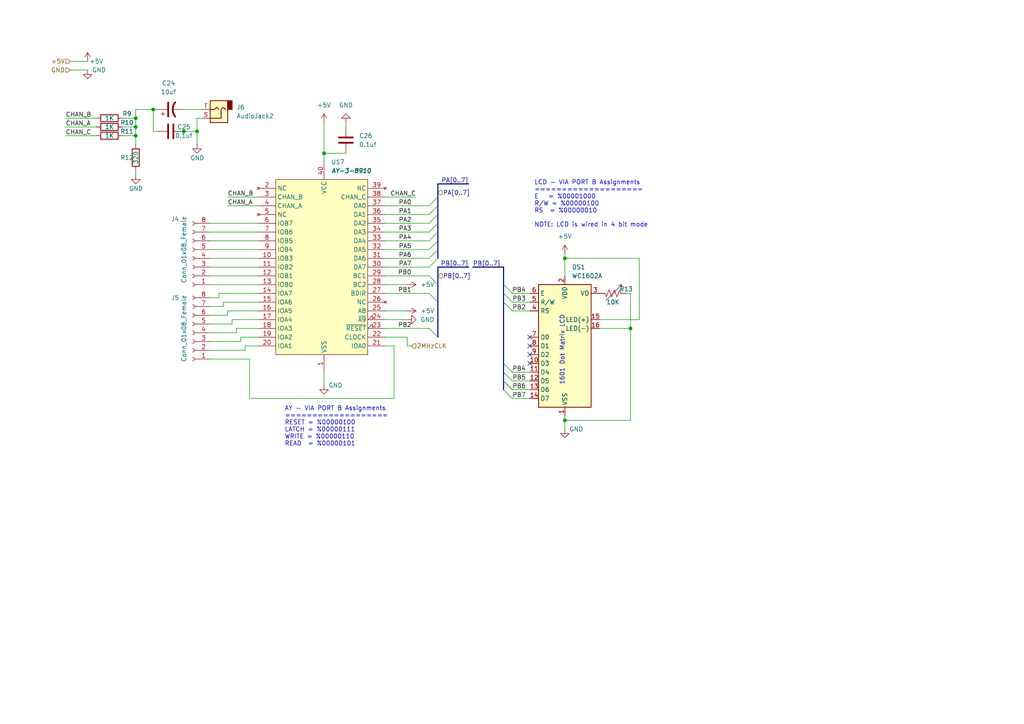
<source format=kicad_sch>
(kicad_sch (version 20211123) (generator eeschema)

  (uuid 83700e0a-8e69-40fb-ad9d-b47ce538134f)

  (paper "A4")

  (title_block
    (title "BE6502 Retroboard")
  )

  (lib_symbols
    (symbol "Connector:AudioJack2" (in_bom yes) (on_board yes)
      (property "Reference" "J" (id 0) (at 0 8.89 0)
        (effects (font (size 1.27 1.27)))
      )
      (property "Value" "AudioJack2" (id 1) (at 0 6.35 0)
        (effects (font (size 1.27 1.27)))
      )
      (property "Footprint" "" (id 2) (at 0 0 0)
        (effects (font (size 1.27 1.27)) hide)
      )
      (property "Datasheet" "~" (id 3) (at 0 0 0)
        (effects (font (size 1.27 1.27)) hide)
      )
      (property "ki_keywords" "audio jack receptacle mono phone headphone TS connector" (id 4) (at 0 0 0)
        (effects (font (size 1.27 1.27)) hide)
      )
      (property "ki_description" "Audio Jack, 2 Poles (Mono / TS)" (id 5) (at 0 0 0)
        (effects (font (size 1.27 1.27)) hide)
      )
      (property "ki_fp_filters" "Jack*" (id 6) (at 0 0 0)
        (effects (font (size 1.27 1.27)) hide)
      )
      (symbol "AudioJack2_0_1"
        (rectangle (start -3.81 0) (end -2.54 -2.54)
          (stroke (width 0.254) (type default) (color 0 0 0 0))
          (fill (type outline))
        )
        (rectangle (start -2.54 3.81) (end 2.54 -2.54)
          (stroke (width 0.254) (type default) (color 0 0 0 0))
          (fill (type background))
        )
        (polyline
          (pts
            (xy 0 0)
            (xy 0.635 -0.635)
            (xy 1.27 0)
            (xy 2.54 0)
          )
          (stroke (width 0.254) (type default) (color 0 0 0 0))
          (fill (type none))
        )
        (polyline
          (pts
            (xy 2.54 2.54)
            (xy -0.635 2.54)
            (xy -0.635 0)
            (xy -1.27 -0.635)
            (xy -1.905 0)
          )
          (stroke (width 0.254) (type default) (color 0 0 0 0))
          (fill (type none))
        )
      )
      (symbol "AudioJack2_1_1"
        (pin passive line (at 5.08 2.54 180) (length 2.54)
          (name "~" (effects (font (size 1.27 1.27))))
          (number "S" (effects (font (size 1.27 1.27))))
        )
        (pin passive line (at 5.08 0 180) (length 2.54)
          (name "~" (effects (font (size 1.27 1.27))))
          (number "T" (effects (font (size 1.27 1.27))))
        )
      )
    )
    (symbol "Connector:Conn_01x08_Female" (pin_names (offset 1.016) hide) (in_bom yes) (on_board yes)
      (property "Reference" "J" (id 0) (at 0 10.16 0)
        (effects (font (size 1.27 1.27)))
      )
      (property "Value" "Conn_01x08_Female" (id 1) (at 0 -12.7 0)
        (effects (font (size 1.27 1.27)))
      )
      (property "Footprint" "" (id 2) (at 0 0 0)
        (effects (font (size 1.27 1.27)) hide)
      )
      (property "Datasheet" "~" (id 3) (at 0 0 0)
        (effects (font (size 1.27 1.27)) hide)
      )
      (property "ki_keywords" "connector" (id 4) (at 0 0 0)
        (effects (font (size 1.27 1.27)) hide)
      )
      (property "ki_description" "Generic connector, single row, 01x08, script generated (kicad-library-utils/schlib/autogen/connector/)" (id 5) (at 0 0 0)
        (effects (font (size 1.27 1.27)) hide)
      )
      (property "ki_fp_filters" "Connector*:*_1x??_*" (id 6) (at 0 0 0)
        (effects (font (size 1.27 1.27)) hide)
      )
      (symbol "Conn_01x08_Female_1_1"
        (arc (start 0 -9.652) (mid -0.508 -10.16) (end 0 -10.668)
          (stroke (width 0.1524) (type default) (color 0 0 0 0))
          (fill (type none))
        )
        (arc (start 0 -7.112) (mid -0.508 -7.62) (end 0 -8.128)
          (stroke (width 0.1524) (type default) (color 0 0 0 0))
          (fill (type none))
        )
        (arc (start 0 -4.572) (mid -0.508 -5.08) (end 0 -5.588)
          (stroke (width 0.1524) (type default) (color 0 0 0 0))
          (fill (type none))
        )
        (arc (start 0 -2.032) (mid -0.508 -2.54) (end 0 -3.048)
          (stroke (width 0.1524) (type default) (color 0 0 0 0))
          (fill (type none))
        )
        (polyline
          (pts
            (xy -1.27 -10.16)
            (xy -0.508 -10.16)
          )
          (stroke (width 0.1524) (type default) (color 0 0 0 0))
          (fill (type none))
        )
        (polyline
          (pts
            (xy -1.27 -7.62)
            (xy -0.508 -7.62)
          )
          (stroke (width 0.1524) (type default) (color 0 0 0 0))
          (fill (type none))
        )
        (polyline
          (pts
            (xy -1.27 -5.08)
            (xy -0.508 -5.08)
          )
          (stroke (width 0.1524) (type default) (color 0 0 0 0))
          (fill (type none))
        )
        (polyline
          (pts
            (xy -1.27 -2.54)
            (xy -0.508 -2.54)
          )
          (stroke (width 0.1524) (type default) (color 0 0 0 0))
          (fill (type none))
        )
        (polyline
          (pts
            (xy -1.27 0)
            (xy -0.508 0)
          )
          (stroke (width 0.1524) (type default) (color 0 0 0 0))
          (fill (type none))
        )
        (polyline
          (pts
            (xy -1.27 2.54)
            (xy -0.508 2.54)
          )
          (stroke (width 0.1524) (type default) (color 0 0 0 0))
          (fill (type none))
        )
        (polyline
          (pts
            (xy -1.27 5.08)
            (xy -0.508 5.08)
          )
          (stroke (width 0.1524) (type default) (color 0 0 0 0))
          (fill (type none))
        )
        (polyline
          (pts
            (xy -1.27 7.62)
            (xy -0.508 7.62)
          )
          (stroke (width 0.1524) (type default) (color 0 0 0 0))
          (fill (type none))
        )
        (arc (start 0 0.508) (mid -0.508 0) (end 0 -0.508)
          (stroke (width 0.1524) (type default) (color 0 0 0 0))
          (fill (type none))
        )
        (arc (start 0 3.048) (mid -0.508 2.54) (end 0 2.032)
          (stroke (width 0.1524) (type default) (color 0 0 0 0))
          (fill (type none))
        )
        (arc (start 0 5.588) (mid -0.508 5.08) (end 0 4.572)
          (stroke (width 0.1524) (type default) (color 0 0 0 0))
          (fill (type none))
        )
        (arc (start 0 8.128) (mid -0.508 7.62) (end 0 7.112)
          (stroke (width 0.1524) (type default) (color 0 0 0 0))
          (fill (type none))
        )
        (pin passive line (at -5.08 7.62 0) (length 3.81)
          (name "Pin_1" (effects (font (size 1.27 1.27))))
          (number "1" (effects (font (size 1.27 1.27))))
        )
        (pin passive line (at -5.08 5.08 0) (length 3.81)
          (name "Pin_2" (effects (font (size 1.27 1.27))))
          (number "2" (effects (font (size 1.27 1.27))))
        )
        (pin passive line (at -5.08 2.54 0) (length 3.81)
          (name "Pin_3" (effects (font (size 1.27 1.27))))
          (number "3" (effects (font (size 1.27 1.27))))
        )
        (pin passive line (at -5.08 0 0) (length 3.81)
          (name "Pin_4" (effects (font (size 1.27 1.27))))
          (number "4" (effects (font (size 1.27 1.27))))
        )
        (pin passive line (at -5.08 -2.54 0) (length 3.81)
          (name "Pin_5" (effects (font (size 1.27 1.27))))
          (number "5" (effects (font (size 1.27 1.27))))
        )
        (pin passive line (at -5.08 -5.08 0) (length 3.81)
          (name "Pin_6" (effects (font (size 1.27 1.27))))
          (number "6" (effects (font (size 1.27 1.27))))
        )
        (pin passive line (at -5.08 -7.62 0) (length 3.81)
          (name "Pin_7" (effects (font (size 1.27 1.27))))
          (number "7" (effects (font (size 1.27 1.27))))
        )
        (pin passive line (at -5.08 -10.16 0) (length 3.81)
          (name "Pin_8" (effects (font (size 1.27 1.27))))
          (number "8" (effects (font (size 1.27 1.27))))
        )
      )
    )
    (symbol "Device:C" (pin_numbers hide) (pin_names (offset 0.254)) (in_bom yes) (on_board yes)
      (property "Reference" "C" (id 0) (at 0.635 2.54 0)
        (effects (font (size 1.27 1.27)) (justify left))
      )
      (property "Value" "C" (id 1) (at 0.635 -2.54 0)
        (effects (font (size 1.27 1.27)) (justify left))
      )
      (property "Footprint" "" (id 2) (at 0.9652 -3.81 0)
        (effects (font (size 1.27 1.27)) hide)
      )
      (property "Datasheet" "~" (id 3) (at 0 0 0)
        (effects (font (size 1.27 1.27)) hide)
      )
      (property "ki_keywords" "cap capacitor" (id 4) (at 0 0 0)
        (effects (font (size 1.27 1.27)) hide)
      )
      (property "ki_description" "Unpolarized capacitor" (id 5) (at 0 0 0)
        (effects (font (size 1.27 1.27)) hide)
      )
      (property "ki_fp_filters" "C_*" (id 6) (at 0 0 0)
        (effects (font (size 1.27 1.27)) hide)
      )
      (symbol "C_0_1"
        (polyline
          (pts
            (xy -2.032 -0.762)
            (xy 2.032 -0.762)
          )
          (stroke (width 0.508) (type default) (color 0 0 0 0))
          (fill (type none))
        )
        (polyline
          (pts
            (xy -2.032 0.762)
            (xy 2.032 0.762)
          )
          (stroke (width 0.508) (type default) (color 0 0 0 0))
          (fill (type none))
        )
      )
      (symbol "C_1_1"
        (pin passive line (at 0 3.81 270) (length 2.794)
          (name "~" (effects (font (size 1.27 1.27))))
          (number "1" (effects (font (size 1.27 1.27))))
        )
        (pin passive line (at 0 -3.81 90) (length 2.794)
          (name "~" (effects (font (size 1.27 1.27))))
          (number "2" (effects (font (size 1.27 1.27))))
        )
      )
    )
    (symbol "Device:C_Polarized_US" (pin_numbers hide) (pin_names (offset 0.254) hide) (in_bom yes) (on_board yes)
      (property "Reference" "C" (id 0) (at 0.635 2.54 0)
        (effects (font (size 1.27 1.27)) (justify left))
      )
      (property "Value" "C_Polarized_US" (id 1) (at 0.635 -2.54 0)
        (effects (font (size 1.27 1.27)) (justify left))
      )
      (property "Footprint" "" (id 2) (at 0 0 0)
        (effects (font (size 1.27 1.27)) hide)
      )
      (property "Datasheet" "~" (id 3) (at 0 0 0)
        (effects (font (size 1.27 1.27)) hide)
      )
      (property "ki_keywords" "cap capacitor" (id 4) (at 0 0 0)
        (effects (font (size 1.27 1.27)) hide)
      )
      (property "ki_description" "Polarized capacitor, US symbol" (id 5) (at 0 0 0)
        (effects (font (size 1.27 1.27)) hide)
      )
      (property "ki_fp_filters" "CP_*" (id 6) (at 0 0 0)
        (effects (font (size 1.27 1.27)) hide)
      )
      (symbol "C_Polarized_US_0_1"
        (polyline
          (pts
            (xy -2.032 0.762)
            (xy 2.032 0.762)
          )
          (stroke (width 0.508) (type default) (color 0 0 0 0))
          (fill (type none))
        )
        (polyline
          (pts
            (xy -1.778 2.286)
            (xy -0.762 2.286)
          )
          (stroke (width 0) (type default) (color 0 0 0 0))
          (fill (type none))
        )
        (polyline
          (pts
            (xy -1.27 1.778)
            (xy -1.27 2.794)
          )
          (stroke (width 0) (type default) (color 0 0 0 0))
          (fill (type none))
        )
        (arc (start 2.032 -1.27) (mid 0 -0.5572) (end -2.032 -1.27)
          (stroke (width 0.508) (type default) (color 0 0 0 0))
          (fill (type none))
        )
      )
      (symbol "C_Polarized_US_1_1"
        (pin passive line (at 0 3.81 270) (length 2.794)
          (name "~" (effects (font (size 1.27 1.27))))
          (number "1" (effects (font (size 1.27 1.27))))
        )
        (pin passive line (at 0 -3.81 90) (length 3.302)
          (name "~" (effects (font (size 1.27 1.27))))
          (number "2" (effects (font (size 1.27 1.27))))
        )
      )
    )
    (symbol "Device:R" (pin_numbers hide) (pin_names (offset 0)) (in_bom yes) (on_board yes)
      (property "Reference" "R" (id 0) (at 2.032 0 90)
        (effects (font (size 1.27 1.27)))
      )
      (property "Value" "R" (id 1) (at 0 0 90)
        (effects (font (size 1.27 1.27)))
      )
      (property "Footprint" "" (id 2) (at -1.778 0 90)
        (effects (font (size 1.27 1.27)) hide)
      )
      (property "Datasheet" "~" (id 3) (at 0 0 0)
        (effects (font (size 1.27 1.27)) hide)
      )
      (property "ki_keywords" "R res resistor" (id 4) (at 0 0 0)
        (effects (font (size 1.27 1.27)) hide)
      )
      (property "ki_description" "Resistor" (id 5) (at 0 0 0)
        (effects (font (size 1.27 1.27)) hide)
      )
      (property "ki_fp_filters" "R_*" (id 6) (at 0 0 0)
        (effects (font (size 1.27 1.27)) hide)
      )
      (symbol "R_0_1"
        (rectangle (start -1.016 -2.54) (end 1.016 2.54)
          (stroke (width 0.254) (type default) (color 0 0 0 0))
          (fill (type none))
        )
      )
      (symbol "R_1_1"
        (pin passive line (at 0 3.81 270) (length 1.27)
          (name "~" (effects (font (size 1.27 1.27))))
          (number "1" (effects (font (size 1.27 1.27))))
        )
        (pin passive line (at 0 -3.81 90) (length 1.27)
          (name "~" (effects (font (size 1.27 1.27))))
          (number "2" (effects (font (size 1.27 1.27))))
        )
      )
    )
    (symbol "Device:R_Variable_US" (pin_numbers hide) (pin_names (offset 0)) (in_bom yes) (on_board yes)
      (property "Reference" "R" (id 0) (at 2.54 -2.54 90)
        (effects (font (size 1.27 1.27)) (justify left))
      )
      (property "Value" "R_Variable_US" (id 1) (at -2.54 -1.27 90)
        (effects (font (size 1.27 1.27)) (justify left))
      )
      (property "Footprint" "" (id 2) (at -1.778 0 90)
        (effects (font (size 1.27 1.27)) hide)
      )
      (property "Datasheet" "~" (id 3) (at 0 0 0)
        (effects (font (size 1.27 1.27)) hide)
      )
      (property "ki_keywords" "R res resistor variable potentiometer rheostat" (id 4) (at 0 0 0)
        (effects (font (size 1.27 1.27)) hide)
      )
      (property "ki_description" "Variable resistor, US symbol" (id 5) (at 0 0 0)
        (effects (font (size 1.27 1.27)) hide)
      )
      (property "ki_fp_filters" "R_*" (id 6) (at 0 0 0)
        (effects (font (size 1.27 1.27)) hide)
      )
      (symbol "R_Variable_US_0_1"
        (polyline
          (pts
            (xy 0 -2.286)
            (xy 0 -2.54)
          )
          (stroke (width 0) (type default) (color 0 0 0 0))
          (fill (type none))
        )
        (polyline
          (pts
            (xy 0 2.286)
            (xy 0 2.54)
          )
          (stroke (width 0) (type default) (color 0 0 0 0))
          (fill (type none))
        )
        (polyline
          (pts
            (xy 0 -0.762)
            (xy 1.016 -1.143)
            (xy 0 -1.524)
            (xy -1.016 -1.905)
            (xy 0 -2.286)
          )
          (stroke (width 0) (type default) (color 0 0 0 0))
          (fill (type none))
        )
        (polyline
          (pts
            (xy 0 0.762)
            (xy 1.016 0.381)
            (xy 0 0)
            (xy -1.016 -0.381)
            (xy 0 -0.762)
          )
          (stroke (width 0) (type default) (color 0 0 0 0))
          (fill (type none))
        )
        (polyline
          (pts
            (xy 0 2.286)
            (xy 1.016 1.905)
            (xy 0 1.524)
            (xy -1.016 1.143)
            (xy 0 0.762)
          )
          (stroke (width 0.1524) (type default) (color 0 0 0 0))
          (fill (type none))
        )
        (polyline
          (pts
            (xy 2.286 1.524)
            (xy 2.54 2.54)
            (xy 1.524 2.286)
            (xy 2.54 2.54)
            (xy -2.032 -2.032)
          )
          (stroke (width 0.1524) (type default) (color 0 0 0 0))
          (fill (type none))
        )
      )
      (symbol "R_Variable_US_1_1"
        (pin passive line (at 0 3.81 270) (length 1.27)
          (name "~" (effects (font (size 1.27 1.27))))
          (number "1" (effects (font (size 1.27 1.27))))
        )
        (pin passive line (at 0 -3.81 90) (length 1.27)
          (name "~" (effects (font (size 1.27 1.27))))
          (number "2" (effects (font (size 1.27 1.27))))
        )
      )
    )
    (symbol "Display_Character:WC1602A" (in_bom yes) (on_board yes)
      (property "Reference" "DS" (id 0) (at -5.842 19.05 0)
        (effects (font (size 1.27 1.27)))
      )
      (property "Value" "WC1602A" (id 1) (at 5.334 19.05 0)
        (effects (font (size 1.27 1.27)))
      )
      (property "Footprint" "Display:WC1602A" (id 2) (at 0 -22.86 0)
        (effects (font (size 1.27 1.27) italic) hide)
      )
      (property "Datasheet" "http://www.wincomlcd.com/pdf/WC1602A-SFYLYHTC06.pdf" (id 3) (at 17.78 0 0)
        (effects (font (size 1.27 1.27)) hide)
      )
      (property "ki_keywords" "display LCD dot-matrix" (id 4) (at 0 0 0)
        (effects (font (size 1.27 1.27)) hide)
      )
      (property "ki_description" "LCD 16x2 Alphanumeric , 8 bit parallel bus, 5V VDD" (id 5) (at 0 0 0)
        (effects (font (size 1.27 1.27)) hide)
      )
      (property "ki_fp_filters" "*WC*1602A*" (id 6) (at 0 0 0)
        (effects (font (size 1.27 1.27)) hide)
      )
      (symbol "WC1602A_1_1"
        (rectangle (start -7.62 17.78) (end 7.62 -17.78)
          (stroke (width 0.254) (type default) (color 0 0 0 0))
          (fill (type background))
        )
        (pin power_in line (at 0 -20.32 90) (length 2.54)
          (name "VSS" (effects (font (size 1.27 1.27))))
          (number "1" (effects (font (size 1.27 1.27))))
        )
        (pin input line (at -10.16 -5.08 0) (length 2.54)
          (name "D3" (effects (font (size 1.27 1.27))))
          (number "10" (effects (font (size 1.27 1.27))))
        )
        (pin input line (at -10.16 -7.62 0) (length 2.54)
          (name "D4" (effects (font (size 1.27 1.27))))
          (number "11" (effects (font (size 1.27 1.27))))
        )
        (pin input line (at -10.16 -10.16 0) (length 2.54)
          (name "D5" (effects (font (size 1.27 1.27))))
          (number "12" (effects (font (size 1.27 1.27))))
        )
        (pin input line (at -10.16 -12.7 0) (length 2.54)
          (name "D6" (effects (font (size 1.27 1.27))))
          (number "13" (effects (font (size 1.27 1.27))))
        )
        (pin input line (at -10.16 -15.24 0) (length 2.54)
          (name "D7" (effects (font (size 1.27 1.27))))
          (number "14" (effects (font (size 1.27 1.27))))
        )
        (pin power_in line (at 10.16 7.62 180) (length 2.54)
          (name "LED(+)" (effects (font (size 1.27 1.27))))
          (number "15" (effects (font (size 1.27 1.27))))
        )
        (pin power_in line (at 10.16 5.08 180) (length 2.54)
          (name "LED(-)" (effects (font (size 1.27 1.27))))
          (number "16" (effects (font (size 1.27 1.27))))
        )
        (pin power_in line (at 0 20.32 270) (length 2.54)
          (name "VDD" (effects (font (size 1.27 1.27))))
          (number "2" (effects (font (size 1.27 1.27))))
        )
        (pin input line (at 10.16 15.24 180) (length 2.54)
          (name "VO" (effects (font (size 1.27 1.27))))
          (number "3" (effects (font (size 1.27 1.27))))
        )
        (pin input line (at -10.16 10.16 0) (length 2.54)
          (name "RS" (effects (font (size 1.27 1.27))))
          (number "4" (effects (font (size 1.27 1.27))))
        )
        (pin input line (at -10.16 12.7 0) (length 2.54)
          (name "R/W" (effects (font (size 1.27 1.27))))
          (number "5" (effects (font (size 1.27 1.27))))
        )
        (pin input line (at -10.16 15.24 0) (length 2.54)
          (name "E" (effects (font (size 1.27 1.27))))
          (number "6" (effects (font (size 1.27 1.27))))
        )
        (pin input line (at -10.16 2.54 0) (length 2.54)
          (name "D0" (effects (font (size 1.27 1.27))))
          (number "7" (effects (font (size 1.27 1.27))))
        )
        (pin input line (at -10.16 0 0) (length 2.54)
          (name "D1" (effects (font (size 1.27 1.27))))
          (number "8" (effects (font (size 1.27 1.27))))
        )
        (pin input line (at -10.16 -2.54 0) (length 2.54)
          (name "D2" (effects (font (size 1.27 1.27))))
          (number "9" (effects (font (size 1.27 1.27))))
        )
      )
    )
    (symbol "local_lib:AY-3-8910" (in_bom yes) (on_board yes)
      (property "Reference" "U" (id 0) (at 1.27 3.81 0)
        (effects (font (size 1.27 1.27)))
      )
      (property "Value" "AY-3-8910" (id 1) (at 6.35 1.27 0)
        (effects (font (size 1.27 1.27) bold italic))
      )
      (property "Footprint" "" (id 2) (at -19.05 0 0)
        (effects (font (size 1.27 1.27)) hide)
      )
      (property "Datasheet" "" (id 3) (at -19.05 0 0)
        (effects (font (size 1.27 1.27)) hide)
      )
      (symbol "AY-3-8910_0_0"
        (pin power_in line (at 0 -55.88 90) (length 5)
          (name "VSS" (effects (font (size 1.27 1.27))))
          (number "1" (effects (font (size 1.27 1.27))))
        )
        (pin tri_state line (at -19.05 -22.86 0) (length 5)
          (name "IOB3" (effects (font (size 1.27 1.27))))
          (number "10" (effects (font (size 1.27 1.27))))
        )
        (pin tri_state line (at -19.05 -25.4 0) (length 5)
          (name "IOB2" (effects (font (size 1.27 1.27))))
          (number "11" (effects (font (size 1.27 1.27))))
        )
        (pin tri_state line (at -19.05 -27.94 0) (length 5)
          (name "IOB1" (effects (font (size 1.27 1.27))))
          (number "12" (effects (font (size 1.27 1.27))))
        )
        (pin tri_state line (at -19.05 -30.48 0) (length 5)
          (name "IOB0" (effects (font (size 1.27 1.27))))
          (number "13" (effects (font (size 1.27 1.27))))
        )
        (pin tri_state line (at -19.05 -33.02 0) (length 5)
          (name "IOA7" (effects (font (size 1.27 1.27))))
          (number "14" (effects (font (size 1.27 1.27))))
        )
        (pin tri_state line (at -19.05 -35.56 0) (length 5)
          (name "IOA6" (effects (font (size 1.27 1.27))))
          (number "15" (effects (font (size 1.27 1.27))))
        )
        (pin tri_state line (at -19.05 -38.1 0) (length 5)
          (name "IOA5" (effects (font (size 1.27 1.27))))
          (number "16" (effects (font (size 1.27 1.27))))
        )
        (pin tri_state line (at -19.05 -40.64 0) (length 5)
          (name "IOA4" (effects (font (size 1.27 1.27))))
          (number "17" (effects (font (size 1.27 1.27))))
        )
        (pin tri_state line (at -19.05 -43.18 0) (length 5)
          (name "IOA3" (effects (font (size 1.27 1.27))))
          (number "18" (effects (font (size 1.27 1.27))))
        )
        (pin tri_state line (at -19.05 -45.72 0) (length 5)
          (name "IOA2" (effects (font (size 1.27 1.27))))
          (number "19" (effects (font (size 1.27 1.27))))
        )
        (pin no_connect line (at -19.05 -2.54 0) (length 5)
          (name "NC" (effects (font (size 1.27 1.27))))
          (number "2" (effects (font (size 1.27 1.27))))
        )
        (pin tri_state line (at -19.05 -48.26 0) (length 5)
          (name "IOA1" (effects (font (size 1.27 1.27))))
          (number "20" (effects (font (size 1.27 1.27))))
        )
        (pin tri_state line (at 17.78 -48.26 180) (length 5)
          (name "IOA0" (effects (font (size 1.27 1.27))))
          (number "21" (effects (font (size 1.27 1.27))))
        )
        (pin input line (at 17.78 -45.72 180) (length 5)
          (name "CLOCK" (effects (font (size 1.27 1.27))))
          (number "22" (effects (font (size 1.27 1.27))))
        )
        (pin input input_low (at 17.78 -43.18 180) (length 5)
          (name "~{RESET}" (effects (font (size 1.27 1.27))))
          (number "23" (effects (font (size 1.27 1.27))))
        )
        (pin input input_low (at 17.78 -40.64 180) (length 5)
          (name "~{A9}" (effects (font (size 1.27 1.27))))
          (number "24" (effects (font (size 1.27 1.27))))
        )
        (pin input line (at 17.78 -38.1 180) (length 5)
          (name "A8" (effects (font (size 1.27 1.27))))
          (number "25" (effects (font (size 1.27 1.27))))
        )
        (pin no_connect line (at 17.78 -35.56 180) (length 5)
          (name "NC" (effects (font (size 1.27 1.27))))
          (number "26" (effects (font (size 1.27 1.27))))
        )
        (pin input line (at 17.78 -33.02 180) (length 5)
          (name "BDIR" (effects (font (size 1.27 1.27))))
          (number "27" (effects (font (size 1.27 1.27))))
        )
        (pin input line (at 17.78 -30.48 180) (length 5)
          (name "BC2" (effects (font (size 1.27 1.27))))
          (number "28" (effects (font (size 1.27 1.27))))
        )
        (pin input line (at 17.78 -27.94 180) (length 5)
          (name "BC1" (effects (font (size 1.27 1.27))))
          (number "29" (effects (font (size 1.27 1.27))))
        )
        (pin output line (at -19.05 -5.08 0) (length 5)
          (name "CHAN_B" (effects (font (size 1.27 1.27))))
          (number "3" (effects (font (size 1.27 1.27))))
        )
        (pin bidirectional line (at 17.78 -25.4 180) (length 5)
          (name "DA7" (effects (font (size 1.27 1.27))))
          (number "30" (effects (font (size 1.27 1.27))))
        )
        (pin bidirectional line (at 17.78 -22.86 180) (length 5)
          (name "DA6" (effects (font (size 1.27 1.27))))
          (number "31" (effects (font (size 1.27 1.27))))
        )
        (pin bidirectional line (at 17.78 -20.32 180) (length 5)
          (name "DA5" (effects (font (size 1.27 1.27))))
          (number "32" (effects (font (size 1.27 1.27))))
        )
        (pin bidirectional line (at 17.78 -17.78 180) (length 5)
          (name "DA4" (effects (font (size 1.27 1.27))))
          (number "33" (effects (font (size 1.27 1.27))))
        )
        (pin bidirectional line (at 17.78 -15.24 180) (length 5)
          (name "DA3" (effects (font (size 1.27 1.27))))
          (number "34" (effects (font (size 1.27 1.27))))
        )
        (pin bidirectional line (at 17.78 -12.7 180) (length 5)
          (name "DA2" (effects (font (size 1.27 1.27))))
          (number "35" (effects (font (size 1.27 1.27))))
        )
        (pin bidirectional line (at 17.78 -10.16 180) (length 5)
          (name "DA1" (effects (font (size 1.27 1.27))))
          (number "36" (effects (font (size 1.27 1.27))))
        )
        (pin bidirectional line (at 17.78 -7.62 180) (length 5)
          (name "DA0" (effects (font (size 1.27 1.27))))
          (number "37" (effects (font (size 1.27 1.27))))
        )
        (pin output line (at 17.78 -5.08 180) (length 5)
          (name "CHAN_C" (effects (font (size 1.27 1.27))))
          (number "38" (effects (font (size 1.27 1.27))))
        )
        (pin no_connect line (at 17.78 -2.54 180) (length 5)
          (name "NC" (effects (font (size 1.27 1.27))))
          (number "39" (effects (font (size 1.27 1.27))))
        )
        (pin output line (at -19.05 -7.62 0) (length 5)
          (name "CHAN_A" (effects (font (size 1.27 1.27))))
          (number "4" (effects (font (size 1.27 1.27))))
        )
        (pin power_in line (at 0 5.08 270) (length 5)
          (name "VCC" (effects (font (size 1.27 1.27))))
          (number "40" (effects (font (size 1.27 1.27))))
        )
        (pin no_connect line (at -19.05 -10.16 0) (length 5)
          (name "NC" (effects (font (size 1.27 1.27))))
          (number "5" (effects (font (size 1.27 1.27))))
        )
        (pin tri_state line (at -19.05 -12.7 0) (length 5)
          (name "IOB7" (effects (font (size 1.27 1.27))))
          (number "6" (effects (font (size 1.27 1.27))))
        )
        (pin tri_state line (at -19.05 -15.24 0) (length 5)
          (name "IOB6" (effects (font (size 1.27 1.27))))
          (number "7" (effects (font (size 1.27 1.27))))
        )
        (pin tri_state line (at -19.05 -17.78 0) (length 5)
          (name "IOB5" (effects (font (size 1.27 1.27))))
          (number "8" (effects (font (size 1.27 1.27))))
        )
        (pin tri_state line (at -19.05 -20.32 0) (length 5)
          (name "IOB4" (effects (font (size 1.27 1.27))))
          (number "9" (effects (font (size 1.27 1.27))))
        )
      )
      (symbol "AY-3-8910_0_1"
        (rectangle (start -13.97 0) (end 12.7 -50.8)
          (stroke (width 0) (type default) (color 0 0 0 0))
          (fill (type background))
        )
      )
    )
    (symbol "power:+5V" (power) (pin_names (offset 0)) (in_bom yes) (on_board yes)
      (property "Reference" "#PWR" (id 0) (at 0 -3.81 0)
        (effects (font (size 1.27 1.27)) hide)
      )
      (property "Value" "+5V" (id 1) (at 0 3.556 0)
        (effects (font (size 1.27 1.27)))
      )
      (property "Footprint" "" (id 2) (at 0 0 0)
        (effects (font (size 1.27 1.27)) hide)
      )
      (property "Datasheet" "" (id 3) (at 0 0 0)
        (effects (font (size 1.27 1.27)) hide)
      )
      (property "ki_keywords" "power-flag" (id 4) (at 0 0 0)
        (effects (font (size 1.27 1.27)) hide)
      )
      (property "ki_description" "Power symbol creates a global label with name \"+5V\"" (id 5) (at 0 0 0)
        (effects (font (size 1.27 1.27)) hide)
      )
      (symbol "+5V_0_1"
        (polyline
          (pts
            (xy -0.762 1.27)
            (xy 0 2.54)
          )
          (stroke (width 0) (type default) (color 0 0 0 0))
          (fill (type none))
        )
        (polyline
          (pts
            (xy 0 0)
            (xy 0 2.54)
          )
          (stroke (width 0) (type default) (color 0 0 0 0))
          (fill (type none))
        )
        (polyline
          (pts
            (xy 0 2.54)
            (xy 0.762 1.27)
          )
          (stroke (width 0) (type default) (color 0 0 0 0))
          (fill (type none))
        )
      )
      (symbol "+5V_1_1"
        (pin power_in line (at 0 0 90) (length 0) hide
          (name "+5V" (effects (font (size 1.27 1.27))))
          (number "1" (effects (font (size 1.27 1.27))))
        )
      )
    )
    (symbol "power:GND" (power) (pin_names (offset 0)) (in_bom yes) (on_board yes)
      (property "Reference" "#PWR" (id 0) (at 0 -6.35 0)
        (effects (font (size 1.27 1.27)) hide)
      )
      (property "Value" "GND" (id 1) (at 0 -3.81 0)
        (effects (font (size 1.27 1.27)))
      )
      (property "Footprint" "" (id 2) (at 0 0 0)
        (effects (font (size 1.27 1.27)) hide)
      )
      (property "Datasheet" "" (id 3) (at 0 0 0)
        (effects (font (size 1.27 1.27)) hide)
      )
      (property "ki_keywords" "power-flag" (id 4) (at 0 0 0)
        (effects (font (size 1.27 1.27)) hide)
      )
      (property "ki_description" "Power symbol creates a global label with name \"GND\" , ground" (id 5) (at 0 0 0)
        (effects (font (size 1.27 1.27)) hide)
      )
      (symbol "GND_0_1"
        (polyline
          (pts
            (xy 0 0)
            (xy 0 -1.27)
            (xy 1.27 -1.27)
            (xy 0 -2.54)
            (xy -1.27 -1.27)
            (xy 0 -1.27)
          )
          (stroke (width 0) (type default) (color 0 0 0 0))
          (fill (type none))
        )
      )
      (symbol "GND_1_1"
        (pin power_in line (at 0 0 270) (length 0) hide
          (name "GND" (effects (font (size 1.27 1.27))))
          (number "1" (effects (font (size 1.27 1.27))))
        )
      )
    )
  )

  (junction (at 93.98 44.45) (diameter 0) (color 0 0 0 0)
    (uuid 6590552d-028d-4596-ae89-8b3ed16ddbf8)
  )
  (junction (at 57.15 38.1) (diameter 0) (color 0 0 0 0)
    (uuid 6c6f9a4d-efd2-4508-8391-08da1bf8a1b4)
  )
  (junction (at 39.37 36.83) (diameter 0) (color 0 0 0 0)
    (uuid 8e1ba5db-d120-40c3-a52b-93029e6c9d1d)
  )
  (junction (at 44.45 31.75) (diameter 0) (color 0 0 0 0)
    (uuid 93b32ad6-2e9a-456b-9310-e5cdf9af5d96)
  )
  (junction (at 39.37 39.37) (diameter 0) (color 0 0 0 0)
    (uuid bd57a2cf-966c-4c6f-b6e0-bb9d5b1e3218)
  )
  (junction (at 163.83 121.92) (diameter 0) (color 0 0 0 0)
    (uuid cec0066b-7d47-4447-b914-6123abb48ea5)
  )
  (junction (at 39.37 34.29) (diameter 0) (color 0 0 0 0)
    (uuid dc13e45f-f539-45ce-aa0f-ac75123764a3)
  )
  (junction (at 182.88 95.25) (diameter 0) (color 0 0 0 0)
    (uuid e0b8d3be-76e6-4bda-a4bb-cbf134e8ad35)
  )
  (junction (at 53.34 38.1) (diameter 0) (color 0 0 0 0)
    (uuid eb3dc08d-c702-4e0e-bb65-45b3c3ac1b83)
  )
  (junction (at 163.83 74.93) (diameter 0) (color 0 0 0 0)
    (uuid f6f4e951-a6a7-49c3-afc0-05d16e9fc9c0)
  )

  (no_connect (at 153.67 105.41) (uuid 19edd0cc-b5e6-4d9e-968c-e8d85bbe428b))
  (no_connect (at 153.67 102.87) (uuid 19edd0cc-b5e6-4d9e-968c-e8d85bbe428c))
  (no_connect (at 153.67 97.79) (uuid 19edd0cc-b5e6-4d9e-968c-e8d85bbe428d))
  (no_connect (at 153.67 100.33) (uuid 19edd0cc-b5e6-4d9e-968c-e8d85bbe428e))

  (bus_entry (at 127 72.39) (size -2.54 2.54)
    (stroke (width 0) (type default) (color 0 0 0 0))
    (uuid 136ddc62-c78a-48c1-aa82-001ef87d1c28)
  )
  (bus_entry (at 127 59.69) (size -2.54 2.54)
    (stroke (width 0) (type default) (color 0 0 0 0))
    (uuid 16332ce1-36b9-4be1-bf68-c052cbd13fd5)
  )
  (bus_entry (at 146.05 105.41) (size 2.54 2.54)
    (stroke (width 0) (type default) (color 0 0 0 0))
    (uuid 3b5fb928-c880-4fc6-8563-ba02644dcce4)
  )
  (bus_entry (at 146.05 113.03) (size 2.54 2.54)
    (stroke (width 0) (type default) (color 0 0 0 0))
    (uuid 49fb874a-95a2-4c2a-99fa-58aa55776d8d)
  )
  (bus_entry (at 127 69.85) (size -2.54 2.54)
    (stroke (width 0) (type default) (color 0 0 0 0))
    (uuid 54d697a7-4a12-4400-a1fb-c1e81a5a9dd7)
  )
  (bus_entry (at 146.05 110.49) (size 2.54 2.54)
    (stroke (width 0) (type default) (color 0 0 0 0))
    (uuid 561a3046-11d7-4992-a29c-745d4f940007)
  )
  (bus_entry (at 124.46 95.25) (size 2.54 2.54)
    (stroke (width 0) (type default) (color 0 0 0 0))
    (uuid 5a1a7ff9-a3e8-44f9-a2a2-8a4a157353f1)
  )
  (bus_entry (at 124.46 85.09) (size 2.54 2.54)
    (stroke (width 0) (type default) (color 0 0 0 0))
    (uuid 5a1a7ff9-a3e8-44f9-a2a2-8a4a157353f2)
  )
  (bus_entry (at 124.46 80.01) (size 2.54 2.54)
    (stroke (width 0) (type default) (color 0 0 0 0))
    (uuid 5a1a7ff9-a3e8-44f9-a2a2-8a4a157353f3)
  )
  (bus_entry (at 146.05 110.49) (size 2.54 2.54)
    (stroke (width 0) (type default) (color 0 0 0 0))
    (uuid 6dc92986-bec9-482e-9030-1f8071bf929f)
  )
  (bus_entry (at 127 74.93) (size -2.54 2.54)
    (stroke (width 0) (type default) (color 0 0 0 0))
    (uuid 8221e1fc-8b83-4c33-a28e-8d6d3126bb33)
  )
  (bus_entry (at 146.05 107.95) (size 2.54 2.54)
    (stroke (width 0) (type default) (color 0 0 0 0))
    (uuid 9f9236e3-8731-4342-9e6c-e295fd731682)
  )
  (bus_entry (at 146.05 87.63) (size 2.54 2.54)
    (stroke (width 0) (type default) (color 0 0 0 0))
    (uuid a9eca02a-b000-43dd-b10c-59dec49de0a0)
  )
  (bus_entry (at 146.05 85.09) (size 2.54 2.54)
    (stroke (width 0) (type default) (color 0 0 0 0))
    (uuid a9eca02a-b000-43dd-b10c-59dec49de0a1)
  )
  (bus_entry (at 146.05 82.55) (size 2.54 2.54)
    (stroke (width 0) (type default) (color 0 0 0 0))
    (uuid a9eca02a-b000-43dd-b10c-59dec49de0a2)
  )
  (bus_entry (at 127 64.77) (size -2.54 2.54)
    (stroke (width 0) (type default) (color 0 0 0 0))
    (uuid aa7f83ce-d9ed-4811-9672-26e7c8c5e757)
  )
  (bus_entry (at 127 62.23) (size -2.54 2.54)
    (stroke (width 0) (type default) (color 0 0 0 0))
    (uuid aca64a84-d9bd-438f-86d2-f8eff3c435b4)
  )
  (bus_entry (at 127 57.15) (size -2.54 2.54)
    (stroke (width 0) (type default) (color 0 0 0 0))
    (uuid bc954439-597c-4347-9bfb-98b8f3ed3b01)
  )
  (bus_entry (at 127 67.31) (size -2.54 2.54)
    (stroke (width 0) (type default) (color 0 0 0 0))
    (uuid f03fc971-0693-43c4-963d-3ae1bdbfa4f3)
  )

  (bus (pts (xy 127 77.47) (xy 127 82.55))
    (stroke (width 0) (type default) (color 0 0 0 0))
    (uuid 015838a9-84c4-4edc-a3cd-af3d018ca833)
  )

  (wire (pts (xy 66.04 57.15) (xy 74.93 57.15))
    (stroke (width 0) (type default) (color 0 0 0 0))
    (uuid 034699c1-6fbb-4dd1-87c2-aebb8b826e52)
  )
  (wire (pts (xy 19.05 36.83) (xy 27.94 36.83))
    (stroke (width 0) (type default) (color 0 0 0 0))
    (uuid 03d4abd3-23d7-4ee7-be74-37e45852b501)
  )
  (wire (pts (xy 39.37 34.29) (xy 39.37 31.75))
    (stroke (width 0) (type default) (color 0 0 0 0))
    (uuid 04072f5f-8556-417a-9a0a-63f991c1ec29)
  )
  (wire (pts (xy 60.96 80.01) (xy 74.93 80.01))
    (stroke (width 0) (type default) (color 0 0 0 0))
    (uuid 054e41ab-84c1-402c-aba4-311bdf39891d)
  )
  (wire (pts (xy 69.85 97.79) (xy 74.93 97.79))
    (stroke (width 0) (type default) (color 0 0 0 0))
    (uuid 066025dd-8995-4ec5-ac24-7c1d588d2144)
  )
  (wire (pts (xy 60.96 74.93) (xy 74.93 74.93))
    (stroke (width 0) (type default) (color 0 0 0 0))
    (uuid 08280bfa-89e2-4d06-994c-d84110715c1b)
  )
  (wire (pts (xy 148.59 113.03) (xy 153.67 113.03))
    (stroke (width 0) (type default) (color 0 0 0 0))
    (uuid 0ac6aaf3-7ca9-47f1-ace5-95d403fc73ad)
  )
  (bus (pts (xy 127 59.69) (xy 127 62.23))
    (stroke (width 0) (type default) (color 0 0 0 0))
    (uuid 0d73c125-cab4-4d87-a0fb-9181a97748ef)
  )

  (wire (pts (xy 182.88 85.09) (xy 182.88 95.25))
    (stroke (width 0) (type default) (color 0 0 0 0))
    (uuid 0e39deba-d7f5-4a77-9ff5-2c65a70452ba)
  )
  (wire (pts (xy 185.42 74.93) (xy 185.42 92.71))
    (stroke (width 0) (type default) (color 0 0 0 0))
    (uuid 13484123-3f52-4db5-b6e4-af46f679c2ae)
  )
  (wire (pts (xy 119.38 100.33) (xy 118.11 100.33))
    (stroke (width 0) (type default) (color 0 0 0 0))
    (uuid 1572229c-e90d-42e2-84a2-0cd0edabcc8a)
  )
  (wire (pts (xy 111.76 62.23) (xy 124.46 62.23))
    (stroke (width 0) (type default) (color 0 0 0 0))
    (uuid 18390830-08e2-4c11-8b8e-a783c1b58ada)
  )
  (wire (pts (xy 163.83 74.93) (xy 163.83 80.01))
    (stroke (width 0) (type default) (color 0 0 0 0))
    (uuid 1b5fe287-3546-4185-9fc5-6abc4f4d9ade)
  )
  (wire (pts (xy 185.42 74.93) (xy 163.83 74.93))
    (stroke (width 0) (type default) (color 0 0 0 0))
    (uuid 1c13c76b-2bf9-47dd-bcc6-17b3990bcf94)
  )
  (bus (pts (xy 127 67.31) (xy 127 69.85))
    (stroke (width 0) (type default) (color 0 0 0 0))
    (uuid 1ea14fa4-f0ee-4ce3-b428-55fb58f73f9b)
  )

  (wire (pts (xy 173.99 95.25) (xy 182.88 95.25))
    (stroke (width 0) (type default) (color 0 0 0 0))
    (uuid 1f0e3e8e-1abb-4d30-8c11-abcafd13d32b)
  )
  (wire (pts (xy 19.05 34.29) (xy 27.94 34.29))
    (stroke (width 0) (type default) (color 0 0 0 0))
    (uuid 20c23e3f-9b7c-4004-b594-b82ef32d94c6)
  )
  (wire (pts (xy 57.15 34.29) (xy 57.15 38.1))
    (stroke (width 0) (type default) (color 0 0 0 0))
    (uuid 212743bd-ccbf-4e6e-bff6-fa14f871f004)
  )
  (wire (pts (xy 72.39 104.14) (xy 60.96 104.14))
    (stroke (width 0) (type default) (color 0 0 0 0))
    (uuid 2153eaf7-52b0-4b79-bf77-7dd8aff22a06)
  )
  (wire (pts (xy 181.61 85.09) (xy 182.88 85.09))
    (stroke (width 0) (type default) (color 0 0 0 0))
    (uuid 22049756-89a6-42f5-bfc2-954d90bd2467)
  )
  (wire (pts (xy 44.45 38.1) (xy 44.45 31.75))
    (stroke (width 0) (type default) (color 0 0 0 0))
    (uuid 23a2d6a0-f263-4a4d-816d-8b771e6042b2)
  )
  (wire (pts (xy 148.59 90.17) (xy 153.67 90.17))
    (stroke (width 0) (type default) (color 0 0 0 0))
    (uuid 24dd3272-785d-41b1-9e8a-342bee338d49)
  )
  (wire (pts (xy 60.96 67.31) (xy 74.93 67.31))
    (stroke (width 0) (type default) (color 0 0 0 0))
    (uuid 2649c672-ea9b-442a-8e44-2c8a1627b18f)
  )
  (wire (pts (xy 45.72 38.1) (xy 44.45 38.1))
    (stroke (width 0) (type default) (color 0 0 0 0))
    (uuid 26a3bc65-1582-4bfb-92dc-dd6f6c43f543)
  )
  (wire (pts (xy 118.11 100.33) (xy 118.11 97.79))
    (stroke (width 0) (type default) (color 0 0 0 0))
    (uuid 26b355d5-a3f1-45ae-8550-8e9314852149)
  )
  (wire (pts (xy 93.98 35.56) (xy 93.98 44.45))
    (stroke (width 0) (type default) (color 0 0 0 0))
    (uuid 274d8687-17cc-4f11-9273-d335b9d05169)
  )
  (wire (pts (xy 60.96 82.55) (xy 74.93 82.55))
    (stroke (width 0) (type default) (color 0 0 0 0))
    (uuid 2907a9a2-573b-446c-9d91-3e6dab05d80a)
  )
  (wire (pts (xy 148.59 107.95) (xy 153.67 107.95))
    (stroke (width 0) (type default) (color 0 0 0 0))
    (uuid 297a382c-b07c-400b-abeb-7937bdcc1157)
  )
  (wire (pts (xy 69.85 99.06) (xy 69.85 97.79))
    (stroke (width 0) (type default) (color 0 0 0 0))
    (uuid 29d14683-f455-490c-9495-7406a126849e)
  )
  (bus (pts (xy 127 64.77) (xy 127 67.31))
    (stroke (width 0) (type default) (color 0 0 0 0))
    (uuid 2b44e789-6023-4369-8bc7-a637ba987453)
  )

  (wire (pts (xy 111.76 69.85) (xy 124.46 69.85))
    (stroke (width 0) (type default) (color 0 0 0 0))
    (uuid 2d647232-ae74-472b-a6fa-99e3eb9e0d44)
  )
  (wire (pts (xy 39.37 31.75) (xy 44.45 31.75))
    (stroke (width 0) (type default) (color 0 0 0 0))
    (uuid 2d6f5b4b-16db-4f72-9ba9-ca5869311771)
  )
  (wire (pts (xy 148.59 85.09) (xy 153.67 85.09))
    (stroke (width 0) (type default) (color 0 0 0 0))
    (uuid 2e152b09-8827-4cd9-8258-0f9f2781318e)
  )
  (wire (pts (xy 60.96 91.44) (xy 66.04 91.44))
    (stroke (width 0) (type default) (color 0 0 0 0))
    (uuid 3101a2ea-fafa-45a2-9bba-ecd165219a23)
  )
  (wire (pts (xy 111.76 67.31) (xy 124.46 67.31))
    (stroke (width 0) (type default) (color 0 0 0 0))
    (uuid 31998ccc-068e-40be-8d56-9d841a9ee3e2)
  )
  (wire (pts (xy 57.15 38.1) (xy 57.15 41.91))
    (stroke (width 0) (type default) (color 0 0 0 0))
    (uuid 31d4babf-1dd9-4de2-8e1e-1ee1a2263195)
  )
  (wire (pts (xy 111.76 100.33) (xy 114.3 100.33))
    (stroke (width 0) (type default) (color 0 0 0 0))
    (uuid 33cdb0ed-ff5f-4f68-b068-025d9a213805)
  )
  (wire (pts (xy 163.83 121.92) (xy 163.83 120.65))
    (stroke (width 0) (type default) (color 0 0 0 0))
    (uuid 3497b841-3caa-445f-a405-e7f8cc9281f7)
  )
  (wire (pts (xy 60.96 88.9) (xy 64.77 88.9))
    (stroke (width 0) (type default) (color 0 0 0 0))
    (uuid 36112b6d-0cc8-49fe-862d-de31f32a798c)
  )
  (wire (pts (xy 60.96 77.47) (xy 74.93 77.47))
    (stroke (width 0) (type default) (color 0 0 0 0))
    (uuid 3968baf0-f823-42c6-b036-6cce3382f078)
  )
  (wire (pts (xy 19.05 39.37) (xy 27.94 39.37))
    (stroke (width 0) (type default) (color 0 0 0 0))
    (uuid 3ad4f44d-58bb-4699-bea7-fa2a8cb9b2e9)
  )
  (wire (pts (xy 39.37 36.83) (xy 39.37 39.37))
    (stroke (width 0) (type default) (color 0 0 0 0))
    (uuid 3bb9a8ac-b757-4267-9f19-85ce702d441d)
  )
  (bus (pts (xy 127 53.34) (xy 127 57.15))
    (stroke (width 0) (type default) (color 0 0 0 0))
    (uuid 3c35b738-5ba8-467d-b400-902a267bfbb1)
  )

  (wire (pts (xy 60.96 64.77) (xy 74.93 64.77))
    (stroke (width 0) (type default) (color 0 0 0 0))
    (uuid 447cbdd5-f78c-4dca-8ede-8267082b0d81)
  )
  (wire (pts (xy 60.96 99.06) (xy 69.85 99.06))
    (stroke (width 0) (type default) (color 0 0 0 0))
    (uuid 4502e738-a2e5-46b1-8de9-23341304a22d)
  )
  (wire (pts (xy 120.65 57.15) (xy 111.76 57.15))
    (stroke (width 0) (type default) (color 0 0 0 0))
    (uuid 46ea28c2-4f56-4ce6-bbde-260bd3893a26)
  )
  (wire (pts (xy 66.04 59.69) (xy 74.93 59.69))
    (stroke (width 0) (type default) (color 0 0 0 0))
    (uuid 481ddd04-baab-48a3-b8a1-4bae0f13ac58)
  )
  (wire (pts (xy 63.5 86.36) (xy 63.5 85.09))
    (stroke (width 0) (type default) (color 0 0 0 0))
    (uuid 49b9680d-f80e-4d9f-975e-069736b45820)
  )
  (wire (pts (xy 66.04 90.17) (xy 74.93 90.17))
    (stroke (width 0) (type default) (color 0 0 0 0))
    (uuid 4a6f8ddb-eb65-40b7-94b6-6702957fe393)
  )
  (wire (pts (xy 67.31 93.98) (xy 67.31 92.71))
    (stroke (width 0) (type default) (color 0 0 0 0))
    (uuid 4b8baba4-af55-4deb-be78-aa72d15eb54b)
  )
  (wire (pts (xy 64.77 87.63) (xy 74.93 87.63))
    (stroke (width 0) (type default) (color 0 0 0 0))
    (uuid 4c056a29-587d-4de1-815d-8cd4f0bc7ca6)
  )
  (bus (pts (xy 146.05 110.49) (xy 146.05 107.95))
    (stroke (width 0) (type default) (color 0 0 0 0))
    (uuid 533841db-9703-4c5f-85b2-01b34cd101bb)
  )
  (bus (pts (xy 146.05 82.55) (xy 146.05 77.47))
    (stroke (width 0) (type default) (color 0 0 0 0))
    (uuid 56d53754-60eb-456c-9b2c-d37588843687)
  )

  (wire (pts (xy 39.37 39.37) (xy 39.37 41.91))
    (stroke (width 0) (type default) (color 0 0 0 0))
    (uuid 5a3783ac-f46f-4983-be6e-e2c2c4ab781c)
  )
  (wire (pts (xy 53.34 38.1) (xy 57.15 38.1))
    (stroke (width 0) (type default) (color 0 0 0 0))
    (uuid 5b2fb9fd-2924-4fc6-a0e4-c370e82acc74)
  )
  (wire (pts (xy 111.76 92.71) (xy 118.11 92.71))
    (stroke (width 0) (type default) (color 0 0 0 0))
    (uuid 5ee9dba6-d59e-45ea-b2e1-8653fb48e279)
  )
  (bus (pts (xy 146.05 113.03) (xy 146.05 110.49))
    (stroke (width 0) (type default) (color 0 0 0 0))
    (uuid 606d4757-7d16-4816-8062-3a8533f6bf04)
  )

  (wire (pts (xy 111.76 77.47) (xy 124.46 77.47))
    (stroke (width 0) (type default) (color 0 0 0 0))
    (uuid 6071e5f8-15ce-4c16-868c-99939455d761)
  )
  (wire (pts (xy 50.8 38.1) (xy 53.34 38.1))
    (stroke (width 0) (type default) (color 0 0 0 0))
    (uuid 659ecd43-f569-42dc-8c28-9c42f7bb5bc8)
  )
  (wire (pts (xy 68.58 96.52) (xy 68.58 95.25))
    (stroke (width 0) (type default) (color 0 0 0 0))
    (uuid 67534aed-7998-415e-aa44-fd0b044dc7e6)
  )
  (wire (pts (xy 63.5 85.09) (xy 74.93 85.09))
    (stroke (width 0) (type default) (color 0 0 0 0))
    (uuid 6a8a3782-e0d6-4d41-a35e-8e8a1d4a14e3)
  )
  (wire (pts (xy 111.76 72.39) (xy 124.46 72.39))
    (stroke (width 0) (type default) (color 0 0 0 0))
    (uuid 6d7fb024-1ec3-4211-9860-e061e0dcb363)
  )
  (wire (pts (xy 64.77 88.9) (xy 64.77 87.63))
    (stroke (width 0) (type default) (color 0 0 0 0))
    (uuid 7341f37b-3660-477a-b6ad-31c696b5269e)
  )
  (wire (pts (xy 60.96 96.52) (xy 68.58 96.52))
    (stroke (width 0) (type default) (color 0 0 0 0))
    (uuid 7477dd63-a5a7-4a16-ba27-699e4fb2f9f9)
  )
  (wire (pts (xy 111.76 59.69) (xy 124.46 59.69))
    (stroke (width 0) (type default) (color 0 0 0 0))
    (uuid 74b00936-b44e-49d1-b16e-e16eea680258)
  )
  (wire (pts (xy 39.37 34.29) (xy 39.37 36.83))
    (stroke (width 0) (type default) (color 0 0 0 0))
    (uuid 75212348-d74a-4e9c-a746-77778441c394)
  )
  (wire (pts (xy 60.96 69.85) (xy 74.93 69.85))
    (stroke (width 0) (type default) (color 0 0 0 0))
    (uuid 77ff2bfd-44e4-4c9c-9f62-563a45e0389a)
  )
  (wire (pts (xy 163.83 124.46) (xy 163.83 121.92))
    (stroke (width 0) (type default) (color 0 0 0 0))
    (uuid 7aa034c1-be2e-46d3-bdc5-92b5a51e4747)
  )
  (wire (pts (xy 111.76 97.79) (xy 118.11 97.79))
    (stroke (width 0) (type default) (color 0 0 0 0))
    (uuid 7aa0dd1e-7b8c-4cb4-87be-22ed1251972d)
  )
  (wire (pts (xy 182.88 95.25) (xy 182.88 121.92))
    (stroke (width 0) (type default) (color 0 0 0 0))
    (uuid 7c1cbb84-c9c6-4d2f-bcfc-054fcfc4ff3c)
  )
  (wire (pts (xy 60.96 72.39) (xy 74.93 72.39))
    (stroke (width 0) (type default) (color 0 0 0 0))
    (uuid 7cc926de-e31e-44f1-bffa-5eec01a4d6c0)
  )
  (wire (pts (xy 35.56 34.29) (xy 39.37 34.29))
    (stroke (width 0) (type default) (color 0 0 0 0))
    (uuid 7fe67be5-a95d-493e-b2fe-a302dc0bcd0e)
  )
  (wire (pts (xy 114.3 115.57) (xy 72.39 115.57))
    (stroke (width 0) (type default) (color 0 0 0 0))
    (uuid 802748b1-35e0-4c08-8a6a-2b44098fa18a)
  )
  (bus (pts (xy 146.05 85.09) (xy 146.05 82.55))
    (stroke (width 0) (type default) (color 0 0 0 0))
    (uuid 81a8473b-8ea7-49e5-9978-2c8f9736be44)
  )
  (bus (pts (xy 127 77.47) (xy 135.89 77.47))
    (stroke (width 0) (type default) (color 0 0 0 0))
    (uuid 8278961d-965c-4c29-91f4-fcb65ecd74ee)
  )

  (wire (pts (xy 111.76 64.77) (xy 124.46 64.77))
    (stroke (width 0) (type default) (color 0 0 0 0))
    (uuid 89d61380-7ab2-4a74-b70a-dd1200f847c7)
  )
  (wire (pts (xy 93.98 44.45) (xy 93.98 46.99))
    (stroke (width 0) (type default) (color 0 0 0 0))
    (uuid 8c06fb8f-90bb-41cc-9ed6-4ea04ef18ae5)
  )
  (wire (pts (xy 20.32 17.78) (xy 25.4 17.78))
    (stroke (width 0) (type default) (color 0 0 0 0))
    (uuid 8d75f204-e48e-4d47-89f5-d2a2255b9bc4)
  )
  (wire (pts (xy 20.32 20.32) (xy 25.4 20.32))
    (stroke (width 0) (type default) (color 0 0 0 0))
    (uuid 8ebe3dde-0321-4867-bbc4-018db0686221)
  )
  (bus (pts (xy 127 72.39) (xy 127 74.93))
    (stroke (width 0) (type default) (color 0 0 0 0))
    (uuid 8f547838-71c9-42e8-8c72-6edb0b5ec9ac)
  )

  (wire (pts (xy 39.37 49.53) (xy 39.37 50.8))
    (stroke (width 0) (type default) (color 0 0 0 0))
    (uuid 909b5091-9410-4afb-990d-3c636ac6a561)
  )
  (wire (pts (xy 72.39 115.57) (xy 72.39 104.14))
    (stroke (width 0) (type default) (color 0 0 0 0))
    (uuid 9704576c-d4bf-479b-a0ff-9db6de59d483)
  )
  (bus (pts (xy 127 87.63) (xy 127 97.79))
    (stroke (width 0) (type default) (color 0 0 0 0))
    (uuid 9717c8ae-1b38-47bc-851d-695a83584012)
  )

  (wire (pts (xy 118.11 82.55) (xy 111.76 82.55))
    (stroke (width 0) (type default) (color 0 0 0 0))
    (uuid 974c568b-2d30-41e2-9178-b8eb4eead456)
  )
  (bus (pts (xy 127 62.23) (xy 127 64.77))
    (stroke (width 0) (type default) (color 0 0 0 0))
    (uuid 9853a308-cc9b-42ab-ab89-09ce5463259b)
  )

  (wire (pts (xy 35.56 39.37) (xy 39.37 39.37))
    (stroke (width 0) (type default) (color 0 0 0 0))
    (uuid 99d58232-c5da-45ef-b3fe-af4641037ede)
  )
  (wire (pts (xy 93.98 111.76) (xy 93.98 107.95))
    (stroke (width 0) (type default) (color 0 0 0 0))
    (uuid 9aea6e38-f722-43b6-98d2-859d6c9b115c)
  )
  (bus (pts (xy 127 57.15) (xy 127 59.69))
    (stroke (width 0) (type default) (color 0 0 0 0))
    (uuid 9ce2a50b-5471-4fe8-a4e5-29ef790ab430)
  )
  (bus (pts (xy 127 69.85) (xy 127 72.39))
    (stroke (width 0) (type default) (color 0 0 0 0))
    (uuid 9f0ca213-4a9e-4040-92e5-0fccf4d86216)
  )
  (bus (pts (xy 146.05 87.63) (xy 146.05 85.09))
    (stroke (width 0) (type default) (color 0 0 0 0))
    (uuid a48137f2-eaa0-41ab-939c-62cae6c71663)
  )
  (bus (pts (xy 146.05 105.41) (xy 146.05 107.95))
    (stroke (width 0) (type default) (color 0 0 0 0))
    (uuid a614b09f-97e2-4659-a27d-dfd80b8a39a6)
  )

  (wire (pts (xy 66.04 91.44) (xy 66.04 90.17))
    (stroke (width 0) (type default) (color 0 0 0 0))
    (uuid a7fb44c9-e868-4a1c-8a58-33ff5fae5a40)
  )
  (wire (pts (xy 35.56 36.83) (xy 39.37 36.83))
    (stroke (width 0) (type default) (color 0 0 0 0))
    (uuid a9de7ed5-e34a-4784-ad7c-0fc375efc801)
  )
  (wire (pts (xy 67.31 92.71) (xy 74.93 92.71))
    (stroke (width 0) (type default) (color 0 0 0 0))
    (uuid adf9da84-5a27-4371-81b8-92a4f4c1206c)
  )
  (wire (pts (xy 93.98 44.45) (xy 100.33 44.45))
    (stroke (width 0) (type default) (color 0 0 0 0))
    (uuid b02283cf-fff5-453c-bd02-92867263c933)
  )
  (wire (pts (xy 71.12 100.33) (xy 74.93 100.33))
    (stroke (width 0) (type default) (color 0 0 0 0))
    (uuid b8cddc4d-05ac-412e-b395-5214de2a2373)
  )
  (bus (pts (xy 127 53.34) (xy 135.89 53.34))
    (stroke (width 0) (type default) (color 0 0 0 0))
    (uuid bd87925d-48db-4cef-a9c5-23d3cdc4fab4)
  )

  (wire (pts (xy 111.76 90.17) (xy 118.11 90.17))
    (stroke (width 0) (type default) (color 0 0 0 0))
    (uuid bec341d2-4c57-448f-8f62-b4af94aad45e)
  )
  (bus (pts (xy 127 82.55) (xy 127 87.63))
    (stroke (width 0) (type default) (color 0 0 0 0))
    (uuid c426dffd-2f23-4b88-8fc8-42aad79c3765)
  )

  (wire (pts (xy 100.33 36.83) (xy 100.33 35.56))
    (stroke (width 0) (type default) (color 0 0 0 0))
    (uuid c8ad0d3e-223c-414c-81b1-f6f1e72214da)
  )
  (wire (pts (xy 53.34 31.75) (xy 58.42 31.75))
    (stroke (width 0) (type default) (color 0 0 0 0))
    (uuid c8e0858b-0e2c-43e9-9bdb-faca45d819a1)
  )
  (wire (pts (xy 71.12 101.6) (xy 71.12 100.33))
    (stroke (width 0) (type default) (color 0 0 0 0))
    (uuid ca98ac4a-37e7-47af-8aee-10f9e566ed15)
  )
  (wire (pts (xy 111.76 74.93) (xy 124.46 74.93))
    (stroke (width 0) (type default) (color 0 0 0 0))
    (uuid caaddb8c-bfc7-43fb-809f-ef39b1ab4a6a)
  )
  (wire (pts (xy 60.96 93.98) (xy 67.31 93.98))
    (stroke (width 0) (type default) (color 0 0 0 0))
    (uuid cc98d8dc-2c4d-4713-9307-943fc945a0ba)
  )
  (wire (pts (xy 60.96 86.36) (xy 63.5 86.36))
    (stroke (width 0) (type default) (color 0 0 0 0))
    (uuid d02ab963-2edc-41cd-bb08-392e98f05c92)
  )
  (wire (pts (xy 60.96 101.6) (xy 71.12 101.6))
    (stroke (width 0) (type default) (color 0 0 0 0))
    (uuid d2202035-a068-4695-8d62-52de1e880ba1)
  )
  (wire (pts (xy 68.58 95.25) (xy 74.93 95.25))
    (stroke (width 0) (type default) (color 0 0 0 0))
    (uuid d226e49c-b58c-409e-8061-260110bd4247)
  )
  (wire (pts (xy 173.99 92.71) (xy 185.42 92.71))
    (stroke (width 0) (type default) (color 0 0 0 0))
    (uuid d559a88d-36f5-4579-89b6-afafaf00a424)
  )
  (wire (pts (xy 111.76 85.09) (xy 124.46 85.09))
    (stroke (width 0) (type default) (color 0 0 0 0))
    (uuid dc33de72-7933-4366-827c-e4e86b711a62)
  )
  (bus (pts (xy 146.05 87.63) (xy 146.05 105.41))
    (stroke (width 0) (type default) (color 0 0 0 0))
    (uuid e308ab48-8b56-4ecb-af1b-b309f18cec12)
  )

  (wire (pts (xy 111.76 80.01) (xy 124.46 80.01))
    (stroke (width 0) (type default) (color 0 0 0 0))
    (uuid e4d6cd99-7170-4027-af17-9a2e6a519849)
  )
  (wire (pts (xy 111.76 95.25) (xy 124.46 95.25))
    (stroke (width 0) (type default) (color 0 0 0 0))
    (uuid e4dbdae6-c326-404c-bd85-d0dc26c70faa)
  )
  (wire (pts (xy 148.59 87.63) (xy 153.67 87.63))
    (stroke (width 0) (type default) (color 0 0 0 0))
    (uuid e77c64b6-e8bc-43ef-a511-c736373acb03)
  )
  (wire (pts (xy 114.3 100.33) (xy 114.3 115.57))
    (stroke (width 0) (type default) (color 0 0 0 0))
    (uuid e95b489d-f248-4688-8de1-c5b8e7984de8)
  )
  (bus (pts (xy 137.16 77.47) (xy 146.05 77.47))
    (stroke (width 0) (type default) (color 0 0 0 0))
    (uuid eb429f1a-cb94-45b3-9f60-3329d613661c)
  )

  (wire (pts (xy 57.15 34.29) (xy 58.42 34.29))
    (stroke (width 0) (type default) (color 0 0 0 0))
    (uuid ebd2bca5-7c9e-4f21-811a-8383679c625e)
  )
  (wire (pts (xy 163.83 73.66) (xy 163.83 74.93))
    (stroke (width 0) (type default) (color 0 0 0 0))
    (uuid ef1b0224-22ea-4043-a80a-dacbbfccf46c)
  )
  (wire (pts (xy 182.88 121.92) (xy 163.83 121.92))
    (stroke (width 0) (type default) (color 0 0 0 0))
    (uuid f132052e-d7cb-4a5c-a97b-6581dcf87942)
  )
  (wire (pts (xy 148.59 115.57) (xy 153.67 115.57))
    (stroke (width 0) (type default) (color 0 0 0 0))
    (uuid f219ceda-4c2b-419b-81cf-b816dce90b49)
  )
  (wire (pts (xy 148.59 110.49) (xy 153.67 110.49))
    (stroke (width 0) (type default) (color 0 0 0 0))
    (uuid f664f3b6-ba9d-4df2-b5d5-ecd476a18201)
  )
  (wire (pts (xy 44.45 31.75) (xy 45.72 31.75))
    (stroke (width 0) (type default) (color 0 0 0 0))
    (uuid f6bade77-7850-493c-85db-3c3f4b12059e)
  )

  (text "LCD - VIA PORT B Assignments\n====================\nE   = %00001000\nR/W = %00000100\nRS  = %00000010\n\nNOTE: LCD is wired in 4 bit mode"
    (at 154.94 66.04 0)
    (effects (font (size 1.27 1.27)) (justify left bottom))
    (uuid b58a63ba-350d-43c2-8fd8-70752ee5352a)
  )
  (text "1601 Dot Matrix LCD" (at 163.83 111.76 90)
    (effects (font (size 1.27 1.27)) (justify left bottom))
    (uuid dce0f729-e8db-4589-8712-8a0638d57f91)
  )
  (text "AY - VIA PORT B Assignments\n===================\nRESET = %00000100\nLATCH = %00000111\nWRITE = %00000110\nREAD  = %00000101"
    (at 82.55 129.54 0)
    (effects (font (size 1.27 1.27)) (justify left bottom))
    (uuid f3287d10-d175-420e-a7e4-e5b3a52f3a47)
  )

  (label "CHAN_A" (at 19.05 36.83 0)
    (effects (font (size 1.27 1.27)) (justify left bottom))
    (uuid 05660f4d-4861-4533-98a2-8965e0088d32)
  )
  (label "CHAN_B" (at 19.05 34.29 0)
    (effects (font (size 1.27 1.27)) (justify left bottom))
    (uuid 0cb50d36-6ed3-4841-85ba-43255ee2f3c1)
  )
  (label "PA5" (at 119.38 72.39 180)
    (effects (font (size 1.27 1.27)) (justify right bottom))
    (uuid 0e7ccb1f-7b4a-434a-b0c5-cf7314886a05)
  )
  (label "PB[0..7]" (at 137.16 77.47 0)
    (effects (font (size 1.27 1.27)) (justify left bottom))
    (uuid 0fdc5f8e-3d9d-494f-9353-4c5c92289503)
  )
  (label "PA1" (at 119.38 62.23 180)
    (effects (font (size 1.27 1.27)) (justify right bottom))
    (uuid 2762644b-7079-49db-971c-083930b52094)
  )
  (label "PA3" (at 119.38 67.31 180)
    (effects (font (size 1.27 1.27)) (justify right bottom))
    (uuid 3e21829b-f391-4e68-bf55-411914c8cfe9)
  )
  (label "PB6" (at 148.59 113.03 0)
    (effects (font (size 1.27 1.27)) (justify left bottom))
    (uuid 3fdce3ff-8afa-4f97-88ec-be60fb5c6319)
  )
  (label "PB0" (at 119.38 80.01 180)
    (effects (font (size 1.27 1.27)) (justify right bottom))
    (uuid 5b4424fc-943c-4445-b7e5-884dec4d31b8)
  )
  (label "PB1" (at 119.38 85.09 180)
    (effects (font (size 1.27 1.27)) (justify right bottom))
    (uuid 63116993-457c-452d-8ca2-35c6036b8e87)
  )
  (label "PB3" (at 148.59 87.63 0)
    (effects (font (size 1.27 1.27)) (justify left bottom))
    (uuid 671fae85-001e-41b6-8ef3-c963ab4b2d24)
  )
  (label "PB2" (at 148.59 90.17 0)
    (effects (font (size 1.27 1.27)) (justify left bottom))
    (uuid 68caa770-0a14-4d39-8dd6-8439b57c6292)
  )
  (label "PB5" (at 148.59 110.49 0)
    (effects (font (size 1.27 1.27)) (justify left bottom))
    (uuid 7652a8ae-eaac-41b9-ae52-ca5abb5341bb)
  )
  (label "PB4" (at 148.59 85.09 0)
    (effects (font (size 1.27 1.27)) (justify left bottom))
    (uuid 77547912-fa6a-412b-b58f-53febf9501ac)
  )
  (label "CHAN_B" (at 66.04 57.15 0)
    (effects (font (size 1.27 1.27)) (justify left bottom))
    (uuid 79195767-f2c8-46da-a6c9-388dbe276fc9)
  )
  (label "PB4" (at 148.59 107.95 0)
    (effects (font (size 1.27 1.27)) (justify left bottom))
    (uuid 8884ae80-b1a7-47a9-af2d-e4b6e4b52740)
  )
  (label "PB7" (at 148.59 115.57 0)
    (effects (font (size 1.27 1.27)) (justify left bottom))
    (uuid 8ce23cd7-e341-423b-a4fb-157169edd1e4)
  )
  (label "PA2" (at 119.38 64.77 180)
    (effects (font (size 1.27 1.27)) (justify right bottom))
    (uuid 8f318bf8-ef7b-4b72-bb24-30045a1f036a)
  )
  (label "PA7" (at 119.38 77.47 180)
    (effects (font (size 1.27 1.27)) (justify right bottom))
    (uuid 90d0eabc-9595-4f88-85aa-cf22f30e787d)
  )
  (label "PA[0..7]" (at 135.89 53.34 180)
    (effects (font (size 1.27 1.27)) (justify right bottom))
    (uuid 9457db24-e76d-4871-8a6c-d78a45576752)
  )
  (label "PA4" (at 119.38 69.85 180)
    (effects (font (size 1.27 1.27)) (justify right bottom))
    (uuid 97ec74e0-d835-4fdd-b915-a3441716983f)
  )
  (label "PB2" (at 119.38 95.25 180)
    (effects (font (size 1.27 1.27)) (justify right bottom))
    (uuid 9fdb089a-4867-4cf6-b3aa-96c782577b8e)
  )
  (label "PA0" (at 119.38 59.69 180)
    (effects (font (size 1.27 1.27)) (justify right bottom))
    (uuid a4628637-cbc8-4518-86ea-c5bece54f34d)
  )
  (label "CHAN_C" (at 19.05 39.37 0)
    (effects (font (size 1.27 1.27)) (justify left bottom))
    (uuid ac7c71ee-fc59-460a-8b9c-a8214b2264da)
  )
  (label "PB[0..7]" (at 135.89 77.47 180)
    (effects (font (size 1.27 1.27)) (justify right bottom))
    (uuid afcfbe38-0cfd-4339-adbd-4f0fefb68d67)
  )
  (label "CHAN_C" (at 120.65 57.15 180)
    (effects (font (size 1.27 1.27)) (justify right bottom))
    (uuid eca85b37-7d3b-42d7-95b1-04c19c3a1db4)
  )
  (label "PA6" (at 119.38 74.93 180)
    (effects (font (size 1.27 1.27)) (justify right bottom))
    (uuid efe47d55-8a1d-42a8-a591-bae3078c7234)
  )
  (label "CHAN_A" (at 66.04 59.69 0)
    (effects (font (size 1.27 1.27)) (justify left bottom))
    (uuid f83e7eae-808e-47eb-baf6-e0d5604f6cf3)
  )

  (hierarchical_label "+5V" (shape input) (at 20.32 17.78 180)
    (effects (font (size 1.27 1.27)) (justify right))
    (uuid 1c4583d5-8c14-48ef-b6cc-285337f323e2)
  )
  (hierarchical_label "2MHzCLK" (shape input) (at 119.38 100.33 0)
    (effects (font (size 1.27 1.27)) (justify left))
    (uuid 21720ef7-b34c-4bbd-a03e-7c94f771a044)
  )
  (hierarchical_label "GND" (shape input) (at 20.32 20.32 180)
    (effects (font (size 1.27 1.27)) (justify right))
    (uuid 6b8c8538-03c9-4e15-b90c-ccbf05890d24)
  )
  (hierarchical_label "PB[0..7]" (shape input) (at 127 80.01 0)
    (effects (font (size 1.27 1.27)) (justify left))
    (uuid 79756fcc-6a5f-4077-8bb3-5fbbfa68d92f)
  )
  (hierarchical_label "PA[0..7]" (shape input) (at 127 55.88 0)
    (effects (font (size 1.27 1.27)) (justify left))
    (uuid cfd40049-4754-4a6f-8ac7-b0491bddab7e)
  )

  (symbol (lib_id "Connector:Conn_01x08_Female") (at 55.88 96.52 180) (unit 1)
    (in_bom yes) (on_board yes)
    (uuid 0cb3ddf2-a6ef-4a03-be2e-d74e571648aa)
    (property "Reference" "J5" (id 0) (at 50.8 86.36 0))
    (property "Value" "Conn_01x08_Female" (id 1) (at 53.34 95.25 90))
    (property "Footprint" "" (id 2) (at 55.88 96.52 0)
      (effects (font (size 1.27 1.27)) hide)
    )
    (property "Datasheet" "~" (id 3) (at 55.88 96.52 0)
      (effects (font (size 1.27 1.27)) hide)
    )
    (pin "1" (uuid 0840c720-b60d-4f85-859d-f84723ffea81))
    (pin "2" (uuid 49d1f08e-86eb-4f39-8abb-8d522384f57b))
    (pin "3" (uuid 7e4b72de-c972-4477-b40f-97666e1a6d95))
    (pin "4" (uuid c439ee8b-10e0-4b56-86b5-c684d4eeb7ae))
    (pin "5" (uuid b62282ba-87b3-4f4d-9831-6dae840a9ab0))
    (pin "6" (uuid 4c93f4d5-61ae-4680-87db-4fca5d7ab8ba))
    (pin "7" (uuid 00b0d9dd-048e-48f3-afad-b17ce4019ff1))
    (pin "8" (uuid 46b90dcc-e5ce-4f3a-86a4-53013f96ebb0))
  )

  (symbol (lib_id "Display_Character:WC1602A") (at 163.83 100.33 0) (unit 1)
    (in_bom yes) (on_board yes) (fields_autoplaced)
    (uuid 10de4edf-9038-44aa-a5a5-7a219ad23795)
    (property "Reference" "DS1" (id 0) (at 165.8494 77.47 0)
      (effects (font (size 1.27 1.27)) (justify left))
    )
    (property "Value" "WC1602A" (id 1) (at 165.8494 80.01 0)
      (effects (font (size 1.27 1.27)) (justify left))
    )
    (property "Footprint" "Display:WC1602A" (id 2) (at 163.83 123.19 0)
      (effects (font (size 1.27 1.27) italic) hide)
    )
    (property "Datasheet" "http://www.wincomlcd.com/pdf/WC1602A-SFYLYHTC06.pdf" (id 3) (at 181.61 100.33 0)
      (effects (font (size 1.27 1.27)) hide)
    )
    (pin "1" (uuid 30528ebe-a4ba-4048-885a-7659278e4e89))
    (pin "10" (uuid f46d4072-aa67-4a75-ab07-226551033d4d))
    (pin "11" (uuid d580e190-fc23-4ca0-b525-5b487aebc25b))
    (pin "12" (uuid 4ad7058d-657f-404a-99a1-8bda3b831070))
    (pin "13" (uuid f1649771-511a-4274-860b-ac006b1d5d81))
    (pin "14" (uuid 78015ec3-49d1-401a-afdc-2133492e85d7))
    (pin "15" (uuid da105d9d-4d26-49ae-ad83-ba92e5109f44))
    (pin "16" (uuid 22f165a7-0abc-44b7-b53a-241152bc2e25))
    (pin "2" (uuid 104d6f39-0aa8-461e-ba1e-7313024d63d0))
    (pin "3" (uuid cd29830d-f69a-40fe-b37d-2a7150ee0e50))
    (pin "4" (uuid 68c82c34-5884-4c19-b1e2-d4d1dce652e0))
    (pin "5" (uuid b96b63f5-91fd-4696-81c6-9d0c7d1bde59))
    (pin "6" (uuid 6016dd15-6187-4e74-af88-7421dcb3f895))
    (pin "7" (uuid d6a9458e-5d15-46a2-83c2-1daeea448507))
    (pin "8" (uuid c38ee15a-ad7f-484b-a327-63351ff3c34d))
    (pin "9" (uuid 4692caae-cf7c-4dfb-aade-6fe4266f9d93))
  )

  (symbol (lib_id "Connector:AudioJack2") (at 63.5 31.75 180) (unit 1)
    (in_bom yes) (on_board yes) (fields_autoplaced)
    (uuid 1464f132-a572-42b2-b3be-e2768e91b79e)
    (property "Reference" "J6" (id 0) (at 68.58 31.1149 0)
      (effects (font (size 1.27 1.27)) (justify right))
    )
    (property "Value" "AudioJack2" (id 1) (at 68.58 33.6549 0)
      (effects (font (size 1.27 1.27)) (justify right))
    )
    (property "Footprint" "" (id 2) (at 63.5 31.75 0)
      (effects (font (size 1.27 1.27)) hide)
    )
    (property "Datasheet" "~" (id 3) (at 63.5 31.75 0)
      (effects (font (size 1.27 1.27)) hide)
    )
    (pin "S" (uuid 6a98ddb2-5e5a-4648-81c0-e58062b61ca1))
    (pin "T" (uuid 04e663a3-cea2-4258-b4e4-f0d7bf8d05ef))
  )

  (symbol (lib_id "Device:C_Polarized_US") (at 49.53 31.75 90) (unit 1)
    (in_bom yes) (on_board yes) (fields_autoplaced)
    (uuid 1718262b-68c8-46ca-9bb6-6c63055a3e2d)
    (property "Reference" "C24" (id 0) (at 48.895 24.13 90))
    (property "Value" "10uf" (id 1) (at 48.895 26.67 90))
    (property "Footprint" "" (id 2) (at 49.53 31.75 0)
      (effects (font (size 1.27 1.27)) hide)
    )
    (property "Datasheet" "~" (id 3) (at 49.53 31.75 0)
      (effects (font (size 1.27 1.27)) hide)
    )
    (pin "1" (uuid 44502993-9c83-424c-88e0-8dd4ff0a50a7))
    (pin "2" (uuid ab9b6f09-be1a-4580-8b2d-a788d97854c3))
  )

  (symbol (lib_id "power:GND") (at 118.11 92.71 90) (mirror x) (unit 1)
    (in_bom yes) (on_board yes)
    (uuid 2931a4d9-72c2-4998-8270-8c55835acb0a)
    (property "Reference" "#PWR086" (id 0) (at 124.46 92.71 0)
      (effects (font (size 1.27 1.27)) hide)
    )
    (property "Value" "GND" (id 1) (at 121.92 92.71 90)
      (effects (font (size 1.27 1.27)) (justify right))
    )
    (property "Footprint" "" (id 2) (at 118.11 92.71 0)
      (effects (font (size 1.27 1.27)) hide)
    )
    (property "Datasheet" "" (id 3) (at 118.11 92.71 0)
      (effects (font (size 1.27 1.27)) hide)
    )
    (pin "1" (uuid ad2cc87b-1e08-4711-93c6-2b169136ba8b))
  )

  (symbol (lib_id "power:+5V") (at 163.83 73.66 0) (unit 1)
    (in_bom yes) (on_board yes) (fields_autoplaced)
    (uuid 32167677-1c11-4382-9e04-d6e04865eb3b)
    (property "Reference" "#PWR087" (id 0) (at 163.83 77.47 0)
      (effects (font (size 1.27 1.27)) hide)
    )
    (property "Value" "+5V" (id 1) (at 163.83 68.58 0))
    (property "Footprint" "" (id 2) (at 163.83 73.66 0)
      (effects (font (size 1.27 1.27)) hide)
    )
    (property "Datasheet" "" (id 3) (at 163.83 73.66 0)
      (effects (font (size 1.27 1.27)) hide)
    )
    (pin "1" (uuid f46275b1-39c2-4631-a21d-4005284bde3f))
  )

  (symbol (lib_id "Device:R") (at 31.75 39.37 90) (unit 1)
    (in_bom yes) (on_board yes)
    (uuid 37e53569-d90e-41ae-a67f-e14a4dd2fafc)
    (property "Reference" "R11" (id 0) (at 36.83 38.1 90))
    (property "Value" "1K" (id 1) (at 31.75 39.37 90))
    (property "Footprint" "" (id 2) (at 31.75 41.148 90)
      (effects (font (size 1.27 1.27)) hide)
    )
    (property "Datasheet" "~" (id 3) (at 31.75 39.37 0)
      (effects (font (size 1.27 1.27)) hide)
    )
    (pin "1" (uuid 8f9e0771-3dc6-438d-92bb-e1c1424ee949))
    (pin "2" (uuid a0ec8919-218b-4601-be0e-710fbc54d75b))
  )

  (symbol (lib_id "Device:R") (at 31.75 36.83 90) (unit 1)
    (in_bom yes) (on_board yes)
    (uuid 3a95689f-95a9-4469-ba5f-52aabd0900df)
    (property "Reference" "R10" (id 0) (at 36.83 35.56 90))
    (property "Value" "1K" (id 1) (at 31.75 36.83 90))
    (property "Footprint" "" (id 2) (at 31.75 38.608 90)
      (effects (font (size 1.27 1.27)) hide)
    )
    (property "Datasheet" "~" (id 3) (at 31.75 36.83 0)
      (effects (font (size 1.27 1.27)) hide)
    )
    (pin "1" (uuid 520089e9-401d-407b-8d2a-7b448a54f69a))
    (pin "2" (uuid 90557637-1e2e-486d-a828-a4cb27f6429e))
  )

  (symbol (lib_id "power:+5V") (at 118.11 90.17 270) (unit 1)
    (in_bom yes) (on_board yes) (fields_autoplaced)
    (uuid 500679be-2c7b-4261-8d2c-a8ff52366941)
    (property "Reference" "#PWR085" (id 0) (at 114.3 90.17 0)
      (effects (font (size 1.27 1.27)) hide)
    )
    (property "Value" "+5V" (id 1) (at 121.92 90.1699 90)
      (effects (font (size 1.27 1.27)) (justify left))
    )
    (property "Footprint" "" (id 2) (at 118.11 90.17 0)
      (effects (font (size 1.27 1.27)) hide)
    )
    (property "Datasheet" "" (id 3) (at 118.11 90.17 0)
      (effects (font (size 1.27 1.27)) hide)
    )
    (pin "1" (uuid 08a06fa1-1e64-4585-9809-f2d6df76cf9c))
  )

  (symbol (lib_id "local_lib:AY-3-8910") (at 93.98 52.07 0) (unit 1)
    (in_bom yes) (on_board yes) (fields_autoplaced)
    (uuid 6155c4cd-219e-4869-a553-ac524dbe5b42)
    (property "Reference" "U17" (id 0) (at 95.9994 46.99 0)
      (effects (font (size 1.27 1.27)) (justify left))
    )
    (property "Value" "AY-3-8910" (id 1) (at 95.9994 49.53 0)
      (effects (font (size 1.27 1.27) bold italic) (justify left))
    )
    (property "Footprint" "" (id 2) (at 74.93 52.07 0)
      (effects (font (size 1.27 1.27)) hide)
    )
    (property "Datasheet" "" (id 3) (at 74.93 52.07 0)
      (effects (font (size 1.27 1.27)) hide)
    )
    (pin "1" (uuid fc9c0032-fa3f-45ec-843a-c499ea168038))
    (pin "10" (uuid fdd2f4e9-2f00-4f1f-b8c4-79efb1f0ac86))
    (pin "11" (uuid 84f33e64-16a9-49d0-ab20-dec14c7baa9c))
    (pin "12" (uuid 46944800-7a1e-49dc-8dfe-7d9e8a5d037a))
    (pin "13" (uuid d5d02e49-d0aa-42d7-a8ae-957d9ce43e6c))
    (pin "14" (uuid 11837ba0-7f14-4232-9e1c-c5402b2e618a))
    (pin "15" (uuid 5a809d23-176c-4795-b4d1-191112938a7d))
    (pin "16" (uuid d6bcdbfe-49cc-4fb8-b957-71bea3656347))
    (pin "17" (uuid dfabdca2-d24c-4b3f-ae29-e1b00f7c99bc))
    (pin "18" (uuid 136629c2-fb63-435f-9407-3da8377f3f7e))
    (pin "19" (uuid e723619f-9b0f-475d-815f-b0d805a63fc5))
    (pin "2" (uuid f11a5efc-8b85-4bbc-bfb4-747752c03f5d))
    (pin "20" (uuid e258857b-585b-442c-a4bf-1a16d0682d30))
    (pin "21" (uuid 7a4ef734-1dba-434a-a3b2-48ee190b62ce))
    (pin "22" (uuid 018346fb-5de1-46f1-80ed-3a8c04b3e0e5))
    (pin "23" (uuid 121adc4e-99b7-4142-acb9-54dd771d1ffd))
    (pin "24" (uuid 49b0781a-257b-4eda-b50a-82ae617e729f))
    (pin "25" (uuid 2004128c-7f14-4b42-b4d5-082959ec5c7e))
    (pin "26" (uuid c15fe383-4deb-44eb-b9d7-e11832a193b8))
    (pin "27" (uuid 79c4cdb5-79dc-428d-a8c7-0e977b3ff334))
    (pin "28" (uuid 06603e45-685b-4b3c-830c-ee3cb7b9d738))
    (pin "29" (uuid f8118cf9-406d-471d-a290-f71817bc1cff))
    (pin "3" (uuid 0369dca7-1b30-44de-8fad-f3e0176b5035))
    (pin "30" (uuid d0b62a66-731f-4f4d-b9d7-277c8a467135))
    (pin "31" (uuid 28a537ee-8a13-4cfa-9409-66adada0b506))
    (pin "32" (uuid 1ba404fe-7cc0-46bd-b662-915704c65a1c))
    (pin "33" (uuid e4e915b3-66dd-4310-acee-f5a11b3e4fd6))
    (pin "34" (uuid cd492779-3161-4c14-b122-3eb38d5f9d24))
    (pin "35" (uuid 1e00ee9c-55fe-4db4-be83-8df905e59e04))
    (pin "36" (uuid 88442f96-7099-4b48-aa54-843cbb99e4a8))
    (pin "37" (uuid 39ea78f7-31e5-4f8b-bd7f-d6ca8e87c1bd))
    (pin "38" (uuid 15adb332-332a-4509-86c9-4291d74d1b80))
    (pin "39" (uuid bd699159-eda2-4309-a478-2fa36e47ac08))
    (pin "4" (uuid 56cb47a4-72e0-4f83-8751-679c831098f3))
    (pin "40" (uuid 5cb2326c-59cb-4578-a0aa-0efa933cfa27))
    (pin "5" (uuid 79cd1ed7-d30a-4e02-9f10-ac9951c2c92b))
    (pin "6" (uuid b7652ec9-ab8f-4da5-8317-97c652f1ddeb))
    (pin "7" (uuid e1bd3374-616e-4f28-b686-97956a9e117d))
    (pin "8" (uuid cc897b67-e70a-408a-a31d-0afbba86571d))
    (pin "9" (uuid e32d25a0-979b-456a-978b-8ed39d0dc758))
  )

  (symbol (lib_id "Device:C") (at 100.33 40.64 0) (unit 1)
    (in_bom yes) (on_board yes) (fields_autoplaced)
    (uuid 64a44de3-b2a3-4c55-a7b3-6acea0478a15)
    (property "Reference" "C26" (id 0) (at 104.14 39.3699 0)
      (effects (font (size 1.27 1.27)) (justify left))
    )
    (property "Value" "0.1uf" (id 1) (at 104.14 41.9099 0)
      (effects (font (size 1.27 1.27)) (justify left))
    )
    (property "Footprint" "Capacitor_THT:C_Disc_D3.8mm_W2.6mm_P2.50mm" (id 2) (at 101.2952 44.45 0)
      (effects (font (size 1.27 1.27)) hide)
    )
    (property "Datasheet" "~" (id 3) (at 100.33 40.64 0)
      (effects (font (size 1.27 1.27)) hide)
    )
    (pin "1" (uuid 3cd7e54f-651f-4325-95ce-7a1700037c84))
    (pin "2" (uuid b7344a79-26b4-49da-b634-b70a3fd803b3))
  )

  (symbol (lib_id "power:+5V") (at 93.98 35.56 0) (unit 1)
    (in_bom yes) (on_board yes) (fields_autoplaced)
    (uuid 812baeb8-f8c7-4370-bc45-d9b4b3c86dd6)
    (property "Reference" "#PWR081" (id 0) (at 93.98 39.37 0)
      (effects (font (size 1.27 1.27)) hide)
    )
    (property "Value" "+5V" (id 1) (at 93.98 30.48 0))
    (property "Footprint" "" (id 2) (at 93.98 35.56 0)
      (effects (font (size 1.27 1.27)) hide)
    )
    (property "Datasheet" "" (id 3) (at 93.98 35.56 0)
      (effects (font (size 1.27 1.27)) hide)
    )
    (pin "1" (uuid 56e69a3c-6a87-461a-af04-7d5deefbb8a0))
  )

  (symbol (lib_id "Device:R") (at 31.75 34.29 90) (unit 1)
    (in_bom yes) (on_board yes)
    (uuid 8b890800-cf1a-4c9f-bbcb-7f9262e254cd)
    (property "Reference" "R9" (id 0) (at 36.83 33.02 90))
    (property "Value" "1K" (id 1) (at 31.75 34.29 90))
    (property "Footprint" "" (id 2) (at 31.75 36.068 90)
      (effects (font (size 1.27 1.27)) hide)
    )
    (property "Datasheet" "~" (id 3) (at 31.75 34.29 0)
      (effects (font (size 1.27 1.27)) hide)
    )
    (pin "1" (uuid 52696b77-8773-4c2a-b64f-ebc800e58d51))
    (pin "2" (uuid 89829c61-0f73-4cf5-8c4f-68b4ea322bfe))
  )

  (symbol (lib_id "power:GND") (at 25.4 20.32 0) (mirror y) (unit 1)
    (in_bom yes) (on_board yes)
    (uuid 9bb7e250-f30d-4be0-b859-0ad4e79d7532)
    (property "Reference" "#PWR078" (id 0) (at 25.4 26.67 0)
      (effects (font (size 1.27 1.27)) hide)
    )
    (property "Value" "GND" (id 1) (at 26.67 20.32 0)
      (effects (font (size 1.27 1.27)) (justify right))
    )
    (property "Footprint" "" (id 2) (at 25.4 20.32 0)
      (effects (font (size 1.27 1.27)) hide)
    )
    (property "Datasheet" "" (id 3) (at 25.4 20.32 0)
      (effects (font (size 1.27 1.27)) hide)
    )
    (pin "1" (uuid cb3e6af6-6968-4fa9-9a99-3ad0f6f541f9))
  )

  (symbol (lib_id "power:+5V") (at 25.4 17.78 0) (unit 1)
    (in_bom yes) (on_board yes)
    (uuid a52f9959-4e3a-4839-a7c2-db45d4d7a14b)
    (property "Reference" "#PWR077" (id 0) (at 25.4 21.59 0)
      (effects (font (size 1.27 1.27)) hide)
    )
    (property "Value" "+5V" (id 1) (at 27.94 17.78 0))
    (property "Footprint" "" (id 2) (at 25.4 17.78 0)
      (effects (font (size 1.27 1.27)) hide)
    )
    (property "Datasheet" "" (id 3) (at 25.4 17.78 0)
      (effects (font (size 1.27 1.27)) hide)
    )
    (pin "1" (uuid abd7f156-e711-47ff-abf8-475cfd224a33))
  )

  (symbol (lib_id "power:GND") (at 93.98 111.76 0) (mirror y) (unit 1)
    (in_bom yes) (on_board yes)
    (uuid a6e078b7-bb2e-4b22-b7e4-effea7ebe568)
    (property "Reference" "#PWR082" (id 0) (at 93.98 118.11 0)
      (effects (font (size 1.27 1.27)) hide)
    )
    (property "Value" "GND" (id 1) (at 95.25 111.76 0)
      (effects (font (size 1.27 1.27)) (justify right))
    )
    (property "Footprint" "" (id 2) (at 93.98 111.76 0)
      (effects (font (size 1.27 1.27)) hide)
    )
    (property "Datasheet" "" (id 3) (at 93.98 111.76 0)
      (effects (font (size 1.27 1.27)) hide)
    )
    (pin "1" (uuid 3fa4a676-0dc6-4072-b499-087ec2975596))
  )

  (symbol (lib_id "power:+5V") (at 118.11 82.55 270) (unit 1)
    (in_bom yes) (on_board yes) (fields_autoplaced)
    (uuid a84f94eb-4393-4825-8792-8539dbf4b997)
    (property "Reference" "#PWR084" (id 0) (at 114.3 82.55 0)
      (effects (font (size 1.27 1.27)) hide)
    )
    (property "Value" "+5V" (id 1) (at 121.92 82.5499 90)
      (effects (font (size 1.27 1.27)) (justify left))
    )
    (property "Footprint" "" (id 2) (at 118.11 82.55 0)
      (effects (font (size 1.27 1.27)) hide)
    )
    (property "Datasheet" "" (id 3) (at 118.11 82.55 0)
      (effects (font (size 1.27 1.27)) hide)
    )
    (pin "1" (uuid 45d18403-81c5-459a-a6fe-591cff2a79bf))
  )

  (symbol (lib_id "power:GND") (at 100.33 35.56 180) (unit 1)
    (in_bom yes) (on_board yes) (fields_autoplaced)
    (uuid aa37ccf6-a3d5-41b2-8205-fda26992c5ec)
    (property "Reference" "#PWR083" (id 0) (at 100.33 29.21 0)
      (effects (font (size 1.27 1.27)) hide)
    )
    (property "Value" "GND" (id 1) (at 100.33 30.48 0))
    (property "Footprint" "" (id 2) (at 100.33 35.56 0)
      (effects (font (size 1.27 1.27)) hide)
    )
    (property "Datasheet" "" (id 3) (at 100.33 35.56 0)
      (effects (font (size 1.27 1.27)) hide)
    )
    (pin "1" (uuid 6aab8402-f140-4134-bfb7-1db6bf489410))
  )

  (symbol (lib_id "power:GND") (at 39.37 50.8 0) (mirror y) (unit 1)
    (in_bom yes) (on_board yes)
    (uuid ad3a493f-7893-4d2f-b05b-158463aed799)
    (property "Reference" "#PWR079" (id 0) (at 39.37 57.15 0)
      (effects (font (size 1.27 1.27)) hide)
    )
    (property "Value" "GND" (id 1) (at 37.3984 54.6994 0)
      (effects (font (size 1.27 1.27)) (justify right))
    )
    (property "Footprint" "" (id 2) (at 39.37 50.8 0)
      (effects (font (size 1.27 1.27)) hide)
    )
    (property "Datasheet" "" (id 3) (at 39.37 50.8 0)
      (effects (font (size 1.27 1.27)) hide)
    )
    (pin "1" (uuid cacc91ab-f14f-453d-956f-74f45a4fdd3c))
  )

  (symbol (lib_id "Device:R_Variable_US") (at 177.8 85.09 270) (mirror x) (unit 1)
    (in_bom yes) (on_board yes)
    (uuid bb4e655e-d50b-4260-9686-aeb5e40cab8b)
    (property "Reference" "R13" (id 0) (at 181.61 83.82 90))
    (property "Value" "10K" (id 1) (at 177.8 87.63 90))
    (property "Footprint" "" (id 2) (at 177.8 86.868 90)
      (effects (font (size 1.27 1.27)) hide)
    )
    (property "Datasheet" "~" (id 3) (at 177.8 85.09 0)
      (effects (font (size 1.27 1.27)) hide)
    )
    (pin "1" (uuid cec5d660-53c2-4a16-8ec2-399c1ccce3f3))
    (pin "2" (uuid bed62bb3-7aef-4883-8205-ff9fc743857c))
  )

  (symbol (lib_id "Device:R") (at 39.37 45.72 0) (unit 1)
    (in_bom yes) (on_board yes)
    (uuid cca17b5b-0bcb-4615-aeb4-210fc06b6c9e)
    (property "Reference" "R12" (id 0) (at 36.83 45.72 0))
    (property "Value" "320" (id 1) (at 39.37 45.72 90))
    (property "Footprint" "" (id 2) (at 37.592 45.72 90)
      (effects (font (size 1.27 1.27)) hide)
    )
    (property "Datasheet" "~" (id 3) (at 39.37 45.72 0)
      (effects (font (size 1.27 1.27)) hide)
    )
    (pin "1" (uuid 02a8da44-5d93-4aa6-97be-d35e052f06ef))
    (pin "2" (uuid 3185e8ac-b11a-4ae3-ba60-0a81c1ea15a1))
  )

  (symbol (lib_id "power:GND") (at 163.83 124.46 0) (mirror y) (unit 1)
    (in_bom yes) (on_board yes)
    (uuid ea48d97a-4557-43f1-b008-47abc9810c39)
    (property "Reference" "#PWR088" (id 0) (at 163.83 130.81 0)
      (effects (font (size 1.27 1.27)) hide)
    )
    (property "Value" "GND" (id 1) (at 165.1 124.46 0)
      (effects (font (size 1.27 1.27)) (justify right))
    )
    (property "Footprint" "" (id 2) (at 163.83 124.46 0)
      (effects (font (size 1.27 1.27)) hide)
    )
    (property "Datasheet" "" (id 3) (at 163.83 124.46 0)
      (effects (font (size 1.27 1.27)) hide)
    )
    (pin "1" (uuid 2efb4d7e-7d4b-4219-aaf3-33b06e907f27))
  )

  (symbol (lib_id "Device:C") (at 49.53 38.1 270) (unit 1)
    (in_bom yes) (on_board yes)
    (uuid ed0eccf7-a2a0-4387-9a6f-ef6973046e15)
    (property "Reference" "C25" (id 0) (at 53.34 36.83 90))
    (property "Value" "0.1uf" (id 1) (at 53.34 39.37 90))
    (property "Footprint" "Capacitor_THT:C_Disc_D3.8mm_W2.6mm_P2.50mm" (id 2) (at 45.72 39.0652 0)
      (effects (font (size 1.27 1.27)) hide)
    )
    (property "Datasheet" "~" (id 3) (at 49.53 38.1 0)
      (effects (font (size 1.27 1.27)) hide)
    )
    (pin "1" (uuid 7fa8946a-a9f3-4916-a1f7-39f878b84519))
    (pin "2" (uuid 967af682-1578-4da7-9c86-9b959ee953a0))
  )

  (symbol (lib_id "Connector:Conn_01x08_Female") (at 55.88 74.93 180) (unit 1)
    (in_bom yes) (on_board yes)
    (uuid f031a858-e4b8-47fb-9ba6-a7f84213c491)
    (property "Reference" "J4" (id 0) (at 50.8 63.5 0))
    (property "Value" "Conn_01x08_Female" (id 1) (at 53.34 72.39 90))
    (property "Footprint" "" (id 2) (at 55.88 74.93 0)
      (effects (font (size 1.27 1.27)) hide)
    )
    (property "Datasheet" "~" (id 3) (at 55.88 74.93 0)
      (effects (font (size 1.27 1.27)) hide)
    )
    (pin "1" (uuid ff6322f7-463b-4e3f-8a08-d520a8c9efae))
    (pin "2" (uuid 24e89075-a3ca-47bc-94bc-b510d3083821))
    (pin "3" (uuid 92745073-0abe-4c4e-a41b-3cc851faa01e))
    (pin "4" (uuid 1f60a906-ecfb-4602-ac8f-e596941f4805))
    (pin "5" (uuid 9ba1b954-8db9-4c6d-b366-c74594b9f9a4))
    (pin "6" (uuid 5a3afaef-e8fb-4103-8c59-ea552029d313))
    (pin "7" (uuid 8aee32ca-5f6a-4152-af74-e45af68e5ed9))
    (pin "8" (uuid df81e654-88af-452b-93cd-b30b14aa5561))
  )

  (symbol (lib_id "power:GND") (at 57.15 41.91 0) (mirror y) (unit 1)
    (in_bom yes) (on_board yes)
    (uuid fa3dce02-c720-48af-a376-110d4c983264)
    (property "Reference" "#PWR080" (id 0) (at 57.15 48.26 0)
      (effects (font (size 1.27 1.27)) hide)
    )
    (property "Value" "GND" (id 1) (at 55.1784 45.8094 0)
      (effects (font (size 1.27 1.27)) (justify right))
    )
    (property "Footprint" "" (id 2) (at 57.15 41.91 0)
      (effects (font (size 1.27 1.27)) hide)
    )
    (property "Datasheet" "" (id 3) (at 57.15 41.91 0)
      (effects (font (size 1.27 1.27)) hide)
    )
    (pin "1" (uuid 986f46ad-6f49-4cfa-906c-8794efbd0251))
  )
)

</source>
